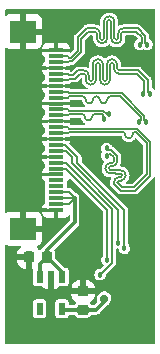
<source format=gbr>
%TF.GenerationSoftware,KiCad,Pcbnew,5.99.0-unknown-a71d856e94~131~ubuntu20.04.1*%
%TF.CreationDate,2021-09-22T11:48:57-07:00*%
%TF.ProjectId,mipi_converter,6d697069-5f63-46f6-9e76-65727465722e,rev?*%
%TF.SameCoordinates,Original*%
%TF.FileFunction,Copper,L1,Top*%
%TF.FilePolarity,Positive*%
%FSLAX46Y46*%
G04 Gerber Fmt 4.6, Leading zero omitted, Abs format (unit mm)*
G04 Created by KiCad (PCBNEW 5.99.0-unknown-a71d856e94~131~ubuntu20.04.1) date 2021-09-22 11:48:57*
%MOMM*%
%LPD*%
G01*
G04 APERTURE LIST*
G04 Aperture macros list*
%AMRoundRect*
0 Rectangle with rounded corners*
0 $1 Rounding radius*
0 $2 $3 $4 $5 $6 $7 $8 $9 X,Y pos of 4 corners*
0 Add a 4 corners polygon primitive as box body*
4,1,4,$2,$3,$4,$5,$6,$7,$8,$9,$2,$3,0*
0 Add four circle primitives for the rounded corners*
1,1,$1+$1,$2,$3*
1,1,$1+$1,$4,$5*
1,1,$1+$1,$6,$7*
1,1,$1+$1,$8,$9*
0 Add four rect primitives between the rounded corners*
20,1,$1+$1,$2,$3,$4,$5,0*
20,1,$1+$1,$4,$5,$6,$7,0*
20,1,$1+$1,$6,$7,$8,$9,0*
20,1,$1+$1,$8,$9,$2,$3,0*%
G04 Aperture macros list end*
%TA.AperFunction,SMDPad,CuDef*%
%ADD10R,0.600000X1.050000*%
%TD*%
%TA.AperFunction,SMDPad,CuDef*%
%ADD11RoundRect,0.225000X0.250000X-0.225000X0.250000X0.225000X-0.250000X0.225000X-0.250000X-0.225000X0*%
%TD*%
%TA.AperFunction,SMDPad,CuDef*%
%ADD12RoundRect,0.225000X0.225000X0.250000X-0.225000X0.250000X-0.225000X-0.250000X0.225000X-0.250000X0*%
%TD*%
%TA.AperFunction,SMDPad,CuDef*%
%ADD13R,2.200000X1.900000*%
%TD*%
%TA.AperFunction,SMDPad,CuDef*%
%ADD14R,1.300000X0.300000*%
%TD*%
%TA.AperFunction,ViaPad*%
%ADD15C,0.457200*%
%TD*%
%TA.AperFunction,ViaPad*%
%ADD16C,0.711200*%
%TD*%
%TA.AperFunction,Conductor*%
%ADD17C,0.304800*%
%TD*%
%TA.AperFunction,Conductor*%
%ADD18C,0.127000*%
%TD*%
%TA.AperFunction,Conductor*%
%ADD19C,0.177800*%
%TD*%
%TA.AperFunction,Conductor*%
%ADD20C,0.203200*%
%TD*%
G04 APERTURE END LIST*
D10*
%TO.P,U2,5,VOUT*%
%TO.N,+3V3*%
X76310000Y-77710000D03*
%TO.P,U2,4,NC*%
%TO.N,N/C*%
X74410000Y-77710000D03*
%TO.P,U2,3,STDBY*%
%TO.N,+5V*%
X74410000Y-75010000D03*
%TO.P,U2,2,GND*%
%TO.N,GND*%
X75360000Y-75010000D03*
%TO.P,U2,1,VIN*%
%TO.N,+5V*%
X76310000Y-75010000D03*
%TD*%
D11*
%TO.P,C3,1*%
%TO.N,+3V3*%
X78090000Y-77805000D03*
%TO.P,C3,2*%
%TO.N,GND*%
X78090000Y-76255000D03*
%TD*%
D12*
%TO.P,C1,1*%
%TO.N,+5V*%
X75035000Y-73347500D03*
%TO.P,C1,2*%
%TO.N,GND*%
X73485000Y-73347500D03*
%TD*%
D13*
%TO.P,U1,0,PAD*%
%TO.N,GND*%
X73000000Y-70950000D03*
X73000000Y-54250000D03*
D14*
%TO.P,U1,1,GND*%
X75800000Y-55850000D03*
%TO.P,U1,2,DAT3+*%
%TO.N,/DAT3_P*%
X75800000Y-56350000D03*
%TO.P,U1,3,DAT3-*%
%TO.N,/DAT3_N*%
X75800000Y-56850000D03*
%TO.P,U1,4,GND*%
%TO.N,GND*%
X75800000Y-57350000D03*
%TO.P,U1,5,DAT2-*%
%TO.N,/DAT2_P*%
X75800000Y-57850000D03*
%TO.P,U1,6,DAT2+*%
%TO.N,/DAT2_N*%
X75800000Y-58350000D03*
%TO.P,U1,7,GND*%
%TO.N,GND*%
X75800000Y-58850000D03*
%TO.P,U1,8,CLK+*%
%TO.N,/CLK_P*%
X75800000Y-59350000D03*
%TO.P,U1,9,CLK-*%
%TO.N,/CLK_N*%
X75800000Y-59850000D03*
%TO.P,U1,10,GND*%
%TO.N,GND*%
X75800000Y-60350000D03*
%TO.P,U1,11,DAT1+*%
%TO.N,/DAT1_P*%
X75800000Y-60850000D03*
%TO.P,U1,12,DAT1-*%
%TO.N,/DAT1_N*%
X75800000Y-61350000D03*
%TO.P,U1,13,GND*%
%TO.N,GND*%
X75800000Y-61850000D03*
%TO.P,U1,14,DAT0+*%
%TO.N,/DAT0_P*%
X75800000Y-62350000D03*
%TO.P,U1,15,DAT0-*%
%TO.N,/DAT0_N*%
X75800000Y-62850000D03*
%TO.P,U1,16,GND*%
%TO.N,GND*%
X75800000Y-63350000D03*
%TO.P,U1,17,CAM_IN1*%
%TO.N,/CAM_IN1*%
X75800000Y-63850000D03*
%TO.P,U1,18,CAM_IN0*%
%TO.N,/CAM_IN0*%
X75800000Y-64350000D03*
%TO.P,U1,19,GND*%
%TO.N,GND*%
X75800000Y-64850000D03*
%TO.P,U1,20,I2C_SCL*%
%TO.N,/I2C_SCL*%
X75800000Y-65350000D03*
%TO.P,U1,21,I2C_SDA*%
%TO.N,/I2C_SDA*%
X75800000Y-65850000D03*
%TO.P,U1,22,GND*%
%TO.N,GND*%
X75800000Y-66350000D03*
%TO.P,U1,23,SPI_SCLK*%
%TO.N,N/C*%
X75800000Y-66850000D03*
%TO.P,U1,24,SPI_MOSI*%
X75800000Y-67350000D03*
%TO.P,U1,25,5V*%
%TO.N,+5V*%
X75800000Y-67850000D03*
%TO.P,U1,26,5V*%
X75800000Y-68350000D03*
%TO.P,U1,27,5V*%
X75800000Y-68850000D03*
%TO.P,U1,28,GND*%
%TO.N,GND*%
X75800000Y-69350000D03*
%TD*%
D15*
%TO.N,GND*%
X73040000Y-74900000D03*
X75360000Y-76230000D03*
%TO.N,/DAT0_P*%
X80090000Y-64754800D03*
%TO.N,/DAT0_N*%
X80090000Y-64145200D03*
%TO.N,/DAT1_P*%
X80315527Y-61254473D03*
%TO.N,/DAT1_N*%
X79884473Y-61685527D03*
%TO.N,/CLK_N*%
X82847127Y-61873899D03*
%TO.N,/CLK_P*%
X83456727Y-61873899D03*
%TO.N,/DAT2_N*%
X83127398Y-59513546D03*
%TO.N,/DAT2_P*%
X83736998Y-59513546D03*
%TO.N,/DAT3_N*%
X82895200Y-55360000D03*
%TO.N,/DAT3_P*%
X83504800Y-55360000D03*
D16*
%TO.N,+3V3*%
X79870000Y-76860000D03*
D15*
%TO.N,/CAM_IN0*%
X81070000Y-72130000D03*
%TO.N,/CAM_IN1*%
X81580000Y-72600000D03*
%TO.N,/I2C_SDA*%
X80110000Y-73570000D03*
%TO.N,/I2C_SCL*%
X79530000Y-74830000D03*
%TD*%
D17*
%TO.N,+5V*%
X75035000Y-73347500D02*
X75035000Y-72745000D01*
X75035000Y-72745000D02*
X77380000Y-70400000D01*
X77380000Y-70400000D02*
X77380000Y-68350000D01*
X74410000Y-75010000D02*
X74410000Y-73972500D01*
X74410000Y-73972500D02*
X75035000Y-73347500D01*
X76310000Y-75010000D02*
X76310000Y-74622500D01*
X76310000Y-74622500D02*
X75035000Y-73347500D01*
%TO.N,GND*%
X78090000Y-76255000D02*
X75385000Y-76255000D01*
X75385000Y-76255000D02*
X75360000Y-76230000D01*
%TO.N,+3V3*%
X78090000Y-77805000D02*
X76405000Y-77805000D01*
X76405000Y-77805000D02*
X76310000Y-77710000D01*
X79870000Y-76860000D02*
X79870000Y-77110000D01*
X79870000Y-77110000D02*
X79175000Y-77805000D01*
X79175000Y-77805000D02*
X78090000Y-77805000D01*
%TO.N,GND*%
X73485000Y-74455000D02*
X73040000Y-74900000D01*
X73485000Y-73347500D02*
X73485000Y-74455000D01*
X75360000Y-75010000D02*
X75360000Y-76230000D01*
D18*
%TO.N,/CLK_N*%
X80124038Y-60035962D02*
X80124038Y-60035963D01*
X83012227Y-61708799D02*
X83012227Y-61499793D01*
X83012227Y-61499793D02*
X81252134Y-59739700D01*
X82847127Y-61873899D02*
X83012227Y-61708799D01*
X78627776Y-60332225D02*
X78620300Y-60332225D01*
X78324038Y-60035963D02*
X78324038Y-60035962D01*
X78027776Y-59739700D02*
G75*
G02*
X78324038Y-60035962I0J-296262D01*
G01*
X79827776Y-60332225D02*
X79820300Y-60332225D01*
X78627776Y-60332225D02*
G75*
G03*
X78924038Y-60035963I0J296262D01*
G01*
X79524038Y-60035963D02*
G75*
G03*
X79820300Y-60332225I296262J0D01*
G01*
X78324038Y-60035963D02*
G75*
G03*
X78620300Y-60332225I296262J0D01*
G01*
X79524038Y-60035963D02*
X79524038Y-60035962D01*
X78924038Y-60035962D02*
G75*
G02*
X79220300Y-59739700I296262J0D01*
G01*
X79227776Y-59739700D02*
G75*
G02*
X79524038Y-60035962I0J-296262D01*
G01*
X78924038Y-60035962D02*
X78924038Y-60035963D01*
X81252134Y-59739700D02*
X80420300Y-59739700D01*
X79827776Y-60332225D02*
G75*
G03*
X80124038Y-60035963I0J296262D01*
G01*
X80124038Y-60035962D02*
G75*
G02*
X80420300Y-59739700I296262J0D01*
G01*
X79227776Y-59739700D02*
X79220300Y-59739700D01*
X78027776Y-59739700D02*
X78020300Y-59739700D01*
X78020300Y-59739700D02*
X76885301Y-59739700D01*
X76885301Y-59739700D02*
X76775001Y-59850000D01*
X76775001Y-59850000D02*
X75800000Y-59850000D01*
%TO.N,/CLK_P*%
X81367866Y-59460300D02*
X83291627Y-61384061D01*
%TO.N,/DAT1_N*%
X78847023Y-61502977D02*
G75*
G02*
X79110300Y-61239700I263277J0D01*
G01*
X78583746Y-61766254D02*
G75*
G03*
X78847023Y-61502977I0J263277D01*
G01*
X79884473Y-61452039D02*
X79672134Y-61239700D01*
X78247023Y-61502977D02*
G75*
G03*
X78510300Y-61766254I263277J0D01*
G01*
X76885301Y-61239700D02*
X76775001Y-61350000D01*
X77983746Y-61239700D02*
G75*
G02*
X78247023Y-61502977I0J-263277D01*
G01*
X79884473Y-61685527D02*
X79884473Y-61452039D01*
X79672134Y-61239700D02*
X79110300Y-61239700D01*
X78583746Y-61766254D02*
X78510300Y-61766254D01*
X76775001Y-61350000D02*
X75800000Y-61350000D01*
X77983746Y-61239700D02*
X77910300Y-61239700D01*
X77910300Y-61239700D02*
X76885301Y-61239700D01*
%TO.N,/DAT0_N*%
X83510300Y-66332134D02*
X83510300Y-63717866D01*
X82402134Y-67440300D02*
X83510300Y-66332134D01*
X81271497Y-66870037D02*
X81131797Y-66870037D01*
X81397866Y-67440300D02*
X82402134Y-67440300D01*
X81332134Y-62739700D02*
X76885301Y-62739700D01*
X81997248Y-63274586D02*
X81932134Y-63274586D01*
X81397248Y-62739700D02*
G75*
G02*
X81664691Y-63007143I1J-267442D01*
G01*
X80979700Y-67022134D02*
X81397866Y-67440300D01*
X81702994Y-66422134D02*
X81702994Y-66438540D01*
X80548203Y-65661834D02*
X80408503Y-65661834D01*
X80840000Y-65990637D02*
X81271497Y-65990637D01*
X80840000Y-65982434D02*
X80840000Y-65990637D01*
X80408503Y-65982434D02*
X80840000Y-65982434D01*
X81271497Y-66870037D02*
G75*
G03*
X81702994Y-66438540I-2J431499D01*
G01*
X80256406Y-65813931D02*
X80256406Y-65830337D01*
X80548203Y-65661834D02*
G75*
G03*
X80979700Y-65230337I-2J431499D01*
G01*
X80497866Y-64310300D02*
X80979700Y-64792134D01*
X81397248Y-62739700D02*
X81332134Y-62739700D01*
X83510300Y-63717866D02*
X82532134Y-62739700D01*
X81702994Y-66422134D02*
G75*
G03*
X81271497Y-65990637I-431499J-2D01*
G01*
X80256406Y-65813931D02*
G75*
G02*
X80408503Y-65661834I152096J1D01*
G01*
X80979700Y-64792134D02*
X80979700Y-65230337D01*
X80255100Y-64310300D02*
X80497866Y-64310300D01*
X80408503Y-65982434D02*
G75*
G02*
X80256406Y-65830337I-1J152096D01*
G01*
X80979700Y-67022134D02*
G75*
G02*
X81131797Y-66870037I152096J1D01*
G01*
X82264691Y-63007143D02*
G75*
G02*
X82532134Y-62739700I267442J1D01*
G01*
X81664691Y-63007143D02*
G75*
G03*
X81932134Y-63274586I267442J-1D01*
G01*
X81997248Y-63274586D02*
G75*
G03*
X82264691Y-63007143I1J267442D01*
G01*
X80090000Y-64145200D02*
X80255100Y-64310300D01*
X76885301Y-62739700D02*
X76775001Y-62850000D01*
X76775001Y-62850000D02*
X75800000Y-62850000D01*
%TO.N,/DAT0_P*%
X80255100Y-64589700D02*
X80090000Y-64754800D01*
X81131797Y-66590637D02*
G75*
G03*
X80700300Y-67022134I2J-431499D01*
G01*
X76885301Y-62460300D02*
X82647866Y-62460300D01*
X80382134Y-64589700D02*
X80255100Y-64589700D01*
X80408503Y-65382434D02*
X80548203Y-65382434D01*
X80840000Y-66261834D02*
X80408503Y-66261834D01*
X81271497Y-66270037D02*
X81131797Y-66270037D01*
X81423594Y-66438540D02*
X81423594Y-66422134D01*
X81131797Y-66270037D02*
X80840000Y-66270037D01*
X81131797Y-66590637D02*
X81271497Y-66590637D01*
X79977006Y-65830337D02*
X79977006Y-65813931D01*
X80700300Y-67137866D02*
X80700300Y-67022134D01*
X81282134Y-67719700D02*
X80700300Y-67137866D01*
X83789700Y-63602134D02*
X83789700Y-66447866D01*
X80700300Y-65230337D02*
X80700300Y-64907866D01*
X80408503Y-65382434D02*
G75*
G03*
X79977006Y-65813931I2J-431499D01*
G01*
X80840000Y-66270037D02*
X80840000Y-66261834D01*
X81271497Y-66270037D02*
G75*
G02*
X81423594Y-66422134I1J-152096D01*
G01*
X80700300Y-64907866D02*
X80382134Y-64589700D01*
X79977006Y-65830337D02*
G75*
G03*
X80408503Y-66261834I431499J2D01*
G01*
X80700300Y-65230337D02*
G75*
G02*
X80548203Y-65382434I-152096J-1D01*
G01*
X75800000Y-62350000D02*
X76775001Y-62350000D01*
X76775001Y-62350000D02*
X76885301Y-62460300D01*
X82647866Y-62460300D02*
X83789700Y-63602134D01*
X83789700Y-66447866D02*
X82517866Y-67719700D01*
X81423594Y-66438540D02*
G75*
G02*
X81271497Y-66590637I-152096J-1D01*
G01*
X82517866Y-67719700D02*
X81282134Y-67719700D01*
%TO.N,/DAT1_P*%
X75800000Y-60850000D02*
X76775001Y-60850000D01*
X76775001Y-60850000D02*
X76885301Y-60960300D01*
X76885301Y-60960300D02*
X79787866Y-60960300D01*
X79787866Y-60960300D02*
X80082039Y-61254473D01*
X80082039Y-61254473D02*
X80315527Y-61254473D01*
%TO.N,/CLK_P*%
X83291627Y-61384061D02*
X83291627Y-61708799D01*
X76885301Y-59460300D02*
X81367866Y-59460300D01*
X76775001Y-59350000D02*
X76885301Y-59460300D01*
X75800000Y-59350000D02*
X76775001Y-59350000D01*
X83291627Y-61708799D02*
X83456727Y-61873899D01*
%TO.N,/DAT3_N*%
X80139400Y-54823380D02*
G75*
G02*
X79699700Y-55263080I-439699J-1D01*
G01*
X79699700Y-55263080D02*
G75*
G02*
X79260000Y-54823380I-1J439699D01*
G01*
X79260000Y-54410000D02*
G75*
G03*
X79099700Y-54249700I-160301J-1D01*
G01*
%TO.N,/DAT3_P*%
X83339700Y-54602134D02*
X83339700Y-55194900D01*
X82707866Y-53970300D02*
X83339700Y-54602134D01*
X79860000Y-54823380D02*
X79860000Y-54410000D01*
X81499700Y-53970300D02*
X82707866Y-53970300D01*
X79539400Y-54410000D02*
X79539400Y-54823380D01*
X81060000Y-54823380D02*
X81060000Y-54410000D01*
X80739400Y-53970300D02*
X80739400Y-54823380D01*
X79860000Y-54410000D02*
X79860000Y-53396620D01*
X79539400Y-54410000D02*
G75*
G03*
X79099700Y-53970300I-439699J1D01*
G01*
%TO.N,/DAT3_N*%
X83060300Y-54717866D02*
X83060300Y-55194900D01*
%TO.N,/DAT3_P*%
X77630300Y-54752134D02*
X78412134Y-53970300D01*
%TO.N,/DAT3_N*%
X80460000Y-53396620D02*
G75*
G03*
X80299700Y-53236320I-160301J-1D01*
G01*
%TO.N,/DAT3_P*%
X79860000Y-54823380D02*
G75*
G02*
X79699700Y-54983680I-160301J1D01*
G01*
%TO.N,/DAT3_N*%
X77909700Y-55997866D02*
X77909700Y-54867866D01*
%TO.N,/DAT3_P*%
X78412134Y-53970300D02*
X79099700Y-53970300D01*
%TO.N,/DAT3_N*%
X81499700Y-54249700D02*
X82592134Y-54249700D01*
%TO.N,/DAT3_P*%
X81499700Y-53970300D02*
G75*
G03*
X81060000Y-54410000I-1J-439699D01*
G01*
X77630300Y-55882134D02*
X77630300Y-54752134D01*
X80299700Y-52956920D02*
G75*
G03*
X79860000Y-53396620I-1J-439699D01*
G01*
X76885301Y-56460300D02*
X77052134Y-56460300D01*
X80739400Y-53396620D02*
X80739400Y-53970300D01*
X79699700Y-54983680D02*
G75*
G02*
X79539400Y-54823380I1J160301D01*
G01*
X80739400Y-53396620D02*
G75*
G03*
X80299700Y-52956920I-439699J1D01*
G01*
X80899700Y-54983680D02*
G75*
G02*
X80739400Y-54823380I1J160301D01*
G01*
X75800000Y-56350000D02*
X76775001Y-56350000D01*
X81060000Y-54823380D02*
G75*
G02*
X80899700Y-54983680I-160301J1D01*
G01*
X83339700Y-55194900D02*
X83504800Y-55360000D01*
X77052134Y-56460300D02*
X77630300Y-55882134D01*
%TO.N,/DAT3_N*%
X80299700Y-53236320D02*
G75*
G03*
X80139400Y-53396620I1J-160301D01*
G01*
%TO.N,/DAT3_P*%
X76775001Y-56350000D02*
X76885301Y-56460300D01*
%TO.N,/DAT3_N*%
X80899700Y-55263080D02*
G75*
G02*
X80460000Y-54823380I-1J439699D01*
G01*
X77167866Y-56739700D02*
X77909700Y-55997866D01*
X81339400Y-54823380D02*
G75*
G02*
X80899700Y-55263080I-439699J-1D01*
G01*
X76885301Y-56739700D02*
X77167866Y-56739700D01*
X81499700Y-54249700D02*
G75*
G03*
X81339400Y-54410000I1J-160301D01*
G01*
X75800000Y-56850000D02*
X76775001Y-56850000D01*
X76775001Y-56850000D02*
X76885301Y-56739700D01*
X81339400Y-54823380D02*
X81339400Y-54410000D01*
X77909700Y-54867866D02*
X78527866Y-54249700D01*
X78527866Y-54249700D02*
X79099700Y-54249700D01*
X80460000Y-53970300D02*
X80460000Y-54823380D01*
X79260000Y-54410000D02*
X79260000Y-54823380D01*
X80139400Y-54823380D02*
X80139400Y-54410000D01*
X80139400Y-54410000D02*
X80139400Y-53396620D01*
X80460000Y-53396620D02*
X80460000Y-53970300D01*
X82592134Y-54249700D02*
X83060300Y-54717866D01*
X83060300Y-55194900D02*
X82895200Y-55360000D01*
%TO.N,/DAT2_N*%
X78740300Y-58750147D02*
G75*
G02*
X78300600Y-58310447I-1J439699D01*
G01*
X80700600Y-57029553D02*
X80700600Y-57370000D01*
%TO.N,/DAT2_P*%
X79780000Y-57029553D02*
X79780000Y-57530300D01*
X78900600Y-57970000D02*
X78900600Y-57029553D01*
%TO.N,/DAT2_N*%
X80700600Y-57029553D02*
G75*
G03*
X80540300Y-56869253I-160301J-1D01*
G01*
X77817866Y-57809700D02*
X78140300Y-57809700D01*
%TO.N,/DAT2_P*%
X83571898Y-59348446D02*
X83736998Y-59513546D01*
X82757866Y-57530300D02*
X83571898Y-58344332D01*
X80100600Y-57809700D02*
X80100600Y-57029553D01*
%TO.N,/DAT2_N*%
X78300600Y-57970000D02*
G75*
G03*
X78140300Y-57809700I-160301J-1D01*
G01*
X79500600Y-57029553D02*
X79500600Y-57530300D01*
X83292498Y-58460064D02*
X83292498Y-59348446D01*
%TO.N,/DAT2_P*%
X78580000Y-57970000D02*
X78580000Y-58310447D01*
X76885301Y-57960300D02*
X77272134Y-57960300D01*
X81140300Y-57530300D02*
X82757866Y-57530300D01*
X77702134Y-57530300D02*
X78140300Y-57530300D01*
X78580000Y-57970000D02*
G75*
G03*
X78140300Y-57530300I-439699J1D01*
G01*
%TO.N,/DAT2_N*%
X78300600Y-57970000D02*
X78300600Y-58310447D01*
%TO.N,/DAT2_P*%
X81140300Y-57530300D02*
G75*
G02*
X80980000Y-57370000I1J160301D01*
G01*
X83571898Y-58344332D02*
X83571898Y-59348446D01*
X80100600Y-58310447D02*
X80100600Y-57809700D01*
X78740300Y-58470747D02*
G75*
G02*
X78580000Y-58310447I1J160301D01*
G01*
X78900600Y-58310447D02*
X78900600Y-57970000D01*
X80980000Y-57029553D02*
X80980000Y-57370000D01*
%TO.N,/DAT2_N*%
X77387866Y-58239700D02*
X77817866Y-57809700D01*
%TO.N,/DAT2_P*%
X79340300Y-56589853D02*
G75*
G03*
X78900600Y-57029553I-1J-439699D01*
G01*
X76775001Y-57850000D02*
X76885301Y-57960300D01*
X80100600Y-58310447D02*
G75*
G02*
X79940300Y-58470747I-160301J1D01*
G01*
X78900600Y-58310447D02*
G75*
G02*
X78740300Y-58470747I-160301J1D01*
G01*
X79780000Y-57029553D02*
G75*
G03*
X79340300Y-56589853I-439699J1D01*
G01*
X79940300Y-58470747D02*
G75*
G02*
X79780000Y-58310447I1J160301D01*
G01*
X80540300Y-56589853D02*
G75*
G03*
X80100600Y-57029553I-1J-439699D01*
G01*
%TO.N,/DAT2_N*%
X81140300Y-57809700D02*
G75*
G02*
X80700600Y-57370000I-1J439699D01*
G01*
X75800000Y-58350000D02*
X76775001Y-58350000D01*
%TO.N,/DAT2_P*%
X77272134Y-57960300D02*
X77702134Y-57530300D01*
X79780000Y-57530300D02*
X79780000Y-58310447D01*
%TO.N,/DAT2_N*%
X80540300Y-56869253D02*
G75*
G03*
X80380000Y-57029553I1J-160301D01*
G01*
%TO.N,/DAT2_P*%
X80980000Y-57029553D02*
G75*
G03*
X80540300Y-56589853I-439699J1D01*
G01*
X75800000Y-57850000D02*
X76775001Y-57850000D01*
%TO.N,/DAT2_N*%
X83292498Y-59348446D02*
X83127398Y-59513546D01*
X79180000Y-58310447D02*
G75*
G02*
X78740300Y-58750147I-439699J-1D01*
G01*
X79340300Y-56869253D02*
G75*
G03*
X79180000Y-57029553I1J-160301D01*
G01*
X79500600Y-57029553D02*
G75*
G03*
X79340300Y-56869253I-160301J-1D01*
G01*
X79940300Y-58750147D02*
G75*
G02*
X79500600Y-58310447I-1J439699D01*
G01*
X80380000Y-58310447D02*
G75*
G02*
X79940300Y-58750147I-439699J-1D01*
G01*
X76775001Y-58350000D02*
X76885301Y-58239700D01*
X76885301Y-58239700D02*
X77387866Y-58239700D01*
X79180000Y-58310447D02*
X79180000Y-57970000D01*
X81140300Y-57809700D02*
X82642134Y-57809700D01*
X79180000Y-57970000D02*
X79180000Y-57029553D01*
X82642134Y-57809700D02*
X83292498Y-58460064D01*
X79500600Y-57530300D02*
X79500600Y-58310447D01*
X80380000Y-58310447D02*
X80380000Y-57809700D01*
X80380000Y-57809700D02*
X80380000Y-57029553D01*
D19*
%TO.N,/CAM_IN1*%
X81580000Y-69380000D02*
X77620000Y-65420000D01*
X81580000Y-72600000D02*
X81580000Y-69380000D01*
X77620000Y-65420000D02*
X77620000Y-64911826D01*
X77620000Y-64911826D02*
X76558174Y-63850000D01*
X76558174Y-63850000D02*
X75800000Y-63850000D01*
%TO.N,/CAM_IN0*%
X75800000Y-64350000D02*
X76627800Y-64350000D01*
X76627800Y-64350000D02*
X77119087Y-64841287D01*
X77119087Y-64841287D02*
X77119087Y-65410913D01*
X77119087Y-65410913D02*
X81070000Y-69361826D01*
X81070000Y-69361826D02*
X81070000Y-72130000D01*
%TO.N,/I2C_SDA*%
X80110000Y-72870000D02*
X80110000Y-73570000D01*
%TO.N,/I2C_SCL*%
X80554000Y-73806000D02*
X79530000Y-74830000D01*
X80554000Y-69276200D02*
X80554000Y-73806000D01*
X76627800Y-65350000D02*
X80554000Y-69276200D01*
X75800000Y-65350000D02*
X76627800Y-65350000D01*
%TO.N,/I2C_SDA*%
X75800000Y-65850000D02*
X76627800Y-65850000D01*
X76627800Y-65850000D02*
X80110000Y-69332200D01*
X80110000Y-69332200D02*
X80110000Y-72870000D01*
D20*
%TO.N,+5V*%
X75800000Y-68850000D02*
X76880000Y-68850000D01*
X76880000Y-68850000D02*
X77380000Y-68350000D01*
X75800000Y-68350000D02*
X77380000Y-68350000D01*
X75800000Y-67850000D02*
X76880000Y-67850000D01*
X76880000Y-67850000D02*
X77380000Y-68350000D01*
%TD*%
%TA.AperFunction,Conductor*%
%TO.N,GND*%
G36*
X84187694Y-52402306D02*
G01*
X84206000Y-52446500D01*
X84206000Y-59149419D01*
X84187694Y-59193613D01*
X84143500Y-59211919D01*
X84096152Y-59190216D01*
X84060748Y-59149128D01*
X84060746Y-59149126D01*
X84057842Y-59145756D01*
X83941719Y-59070489D01*
X83937455Y-59069214D01*
X83937451Y-59069212D01*
X83934490Y-59068327D01*
X83897394Y-59038126D01*
X83889898Y-59008448D01*
X83889898Y-58360944D01*
X83890136Y-58355497D01*
X83892476Y-58328748D01*
X83893575Y-58316189D01*
X83883362Y-58278073D01*
X83882182Y-58272751D01*
X83876280Y-58239280D01*
X83875330Y-58233892D01*
X83872344Y-58228720D01*
X83866096Y-58213637D01*
X83865964Y-58213143D01*
X83865964Y-58213142D01*
X83864550Y-58207866D01*
X83860009Y-58201380D01*
X83841916Y-58175542D01*
X83838986Y-58170942D01*
X83821993Y-58141508D01*
X83821991Y-58141505D01*
X83819258Y-58136772D01*
X83789027Y-58111405D01*
X83785007Y-58107721D01*
X82994477Y-57317191D01*
X82990793Y-57313171D01*
X82968940Y-57287128D01*
X82968941Y-57287128D01*
X82965426Y-57282940D01*
X82960693Y-57280207D01*
X82960690Y-57280205D01*
X82931256Y-57263212D01*
X82926662Y-57260286D01*
X82894332Y-57237648D01*
X82889056Y-57236234D01*
X82889055Y-57236234D01*
X82888831Y-57236174D01*
X82888560Y-57236101D01*
X82873478Y-57229854D01*
X82868306Y-57226868D01*
X82829446Y-57220016D01*
X82824124Y-57218836D01*
X82786009Y-57208623D01*
X82749246Y-57211839D01*
X82746701Y-57212062D01*
X82741254Y-57212300D01*
X81360500Y-57212300D01*
X81316306Y-57193994D01*
X81298000Y-57149800D01*
X81298000Y-57062842D01*
X81298950Y-57051989D01*
X81299096Y-57051164D01*
X81302906Y-57029554D01*
X81300510Y-57015969D01*
X81299863Y-57011252D01*
X81299424Y-57006788D01*
X81287037Y-56881018D01*
X81243711Y-56738191D01*
X81173353Y-56606561D01*
X81078667Y-56491186D01*
X80963292Y-56396500D01*
X80960583Y-56395052D01*
X80960580Y-56395050D01*
X80893776Y-56359343D01*
X80831662Y-56326142D01*
X80688835Y-56282816D01*
X80685787Y-56282516D01*
X80685783Y-56282515D01*
X80582794Y-56272373D01*
X80558607Y-56269991D01*
X80553884Y-56269342D01*
X80549666Y-56268599D01*
X80542990Y-56267421D01*
X80542988Y-56267421D01*
X80540301Y-56266947D01*
X80540299Y-56266947D01*
X80537612Y-56267421D01*
X80537610Y-56267421D01*
X80530934Y-56268599D01*
X80526716Y-56269342D01*
X80521993Y-56269991D01*
X80497806Y-56272373D01*
X80394817Y-56282515D01*
X80394813Y-56282516D01*
X80391765Y-56282816D01*
X80248938Y-56326142D01*
X80186824Y-56359343D01*
X80120020Y-56395050D01*
X80120017Y-56395052D01*
X80117308Y-56396500D01*
X80001933Y-56491186D01*
X79999988Y-56493556D01*
X79988613Y-56507416D01*
X79946425Y-56529965D01*
X79900650Y-56516079D01*
X79891987Y-56507416D01*
X79880612Y-56493556D01*
X79878667Y-56491186D01*
X79763292Y-56396500D01*
X79760583Y-56395052D01*
X79760580Y-56395050D01*
X79693776Y-56359343D01*
X79631662Y-56326142D01*
X79488835Y-56282816D01*
X79485787Y-56282516D01*
X79485783Y-56282515D01*
X79382794Y-56272373D01*
X79358607Y-56269991D01*
X79353884Y-56269342D01*
X79349666Y-56268599D01*
X79342990Y-56267421D01*
X79342988Y-56267421D01*
X79340301Y-56266947D01*
X79340299Y-56266947D01*
X79337612Y-56267421D01*
X79337610Y-56267421D01*
X79330934Y-56268599D01*
X79326716Y-56269342D01*
X79321993Y-56269991D01*
X79297806Y-56272373D01*
X79194817Y-56282515D01*
X79194813Y-56282516D01*
X79191765Y-56282816D01*
X79048938Y-56326142D01*
X78986824Y-56359343D01*
X78920020Y-56395050D01*
X78920017Y-56395052D01*
X78917308Y-56396500D01*
X78801933Y-56491186D01*
X78707247Y-56606561D01*
X78636889Y-56738191D01*
X78593563Y-56881018D01*
X78581177Y-57006788D01*
X78580737Y-57011252D01*
X78580090Y-57015969D01*
X78577694Y-57029554D01*
X78581505Y-57051164D01*
X78581650Y-57051989D01*
X78582600Y-57062842D01*
X78582600Y-57242992D01*
X78564294Y-57287186D01*
X78520100Y-57305492D01*
X78490638Y-57298112D01*
X78434375Y-57268039D01*
X78434374Y-57268039D01*
X78431662Y-57266589D01*
X78288835Y-57223263D01*
X78285787Y-57222963D01*
X78285783Y-57222962D01*
X78210769Y-57215575D01*
X78158593Y-57210436D01*
X78153884Y-57209790D01*
X78140299Y-57207394D01*
X78123042Y-57210437D01*
X78117864Y-57211350D01*
X78107011Y-57212300D01*
X77718749Y-57212300D01*
X77713302Y-57212062D01*
X77673991Y-57208623D01*
X77635876Y-57218836D01*
X77630554Y-57220016D01*
X77591694Y-57226868D01*
X77586522Y-57229854D01*
X77571440Y-57236101D01*
X77571169Y-57236174D01*
X77570945Y-57236234D01*
X77570944Y-57236234D01*
X77565668Y-57237648D01*
X77533338Y-57260286D01*
X77528744Y-57263212D01*
X77499310Y-57280205D01*
X77499307Y-57280207D01*
X77494574Y-57282940D01*
X77491059Y-57287128D01*
X77491060Y-57287128D01*
X77469207Y-57313171D01*
X77465523Y-57317191D01*
X77158720Y-57623994D01*
X77114526Y-57642300D01*
X77044984Y-57642300D01*
X77000790Y-57623994D01*
X76997106Y-57619974D01*
X76991991Y-57613878D01*
X76982561Y-57602640D01*
X76979585Y-57600922D01*
X76957925Y-57559308D01*
X76957779Y-57550480D01*
X76958000Y-57546403D01*
X76958000Y-57512431D01*
X76954359Y-57503641D01*
X76945569Y-57500000D01*
X76627727Y-57500000D01*
X76593004Y-57489467D01*
X76554420Y-57463686D01*
X76554418Y-57463685D01*
X76549301Y-57460266D01*
X76543267Y-57459066D01*
X76543265Y-57459065D01*
X76478080Y-57446099D01*
X76478077Y-57446099D01*
X76475067Y-57445500D01*
X76471996Y-57445500D01*
X75800001Y-57445501D01*
X75124934Y-57445501D01*
X75121925Y-57446100D01*
X75121920Y-57446100D01*
X75091338Y-57452183D01*
X75050699Y-57460266D01*
X75045584Y-57463684D01*
X75045581Y-57463685D01*
X75006996Y-57489467D01*
X74972273Y-57500000D01*
X74654432Y-57500000D01*
X74645642Y-57503641D01*
X74642001Y-57512431D01*
X74642001Y-57546396D01*
X74642183Y-57549766D01*
X74648325Y-57606310D01*
X74650124Y-57613878D01*
X74698264Y-57742291D01*
X74702499Y-57750026D01*
X74784427Y-57859343D01*
X74790659Y-57865574D01*
X74870483Y-57925398D01*
X74894870Y-57966550D01*
X74895501Y-57975409D01*
X74895501Y-58025066D01*
X74896100Y-58028075D01*
X74896100Y-58028080D01*
X74907980Y-58087807D01*
X74907980Y-58112192D01*
X74904396Y-58130212D01*
X74895500Y-58174933D01*
X74895500Y-58224588D01*
X74877194Y-58268782D01*
X74870483Y-58274601D01*
X74790656Y-58334428D01*
X74784428Y-58340656D01*
X74702499Y-58449974D01*
X74698264Y-58457709D01*
X74650123Y-58586125D01*
X74648325Y-58593689D01*
X74642183Y-58650230D01*
X74642000Y-58653598D01*
X74642000Y-58687569D01*
X74645641Y-58696359D01*
X74654431Y-58700000D01*
X74972273Y-58700000D01*
X75006996Y-58710533D01*
X75045580Y-58736314D01*
X75045582Y-58736315D01*
X75050699Y-58739734D01*
X75056733Y-58740934D01*
X75056735Y-58740935D01*
X75121920Y-58753901D01*
X75121923Y-58753901D01*
X75124933Y-58754500D01*
X75800000Y-58754500D01*
X76475066Y-58754499D01*
X76478075Y-58753900D01*
X76478080Y-58753900D01*
X76508662Y-58747817D01*
X76549301Y-58739734D01*
X76554416Y-58736316D01*
X76554419Y-58736315D01*
X76593004Y-58710533D01*
X76627727Y-58700000D01*
X76945568Y-58700000D01*
X76954358Y-58696359D01*
X76957999Y-58687569D01*
X76957999Y-58653600D01*
X76957778Y-58649509D01*
X76973673Y-58604391D01*
X76978544Y-58599679D01*
X76982561Y-58597360D01*
X76997106Y-58580026D01*
X77039537Y-58557938D01*
X77044984Y-58557700D01*
X77371254Y-58557700D01*
X77376702Y-58557938D01*
X77416009Y-58561377D01*
X77454125Y-58551164D01*
X77459447Y-58549984D01*
X77492918Y-58544082D01*
X77498306Y-58543132D01*
X77503478Y-58540146D01*
X77518560Y-58533899D01*
X77518831Y-58533826D01*
X77519055Y-58533766D01*
X77519056Y-58533766D01*
X77524332Y-58532352D01*
X77556662Y-58509714D01*
X77561256Y-58506788D01*
X77590690Y-58489795D01*
X77590693Y-58489793D01*
X77595426Y-58487060D01*
X77620793Y-58456829D01*
X77624477Y-58452809D01*
X77875906Y-58201380D01*
X77920100Y-58183074D01*
X77964294Y-58201380D01*
X77982600Y-58245574D01*
X77982600Y-58277158D01*
X77981650Y-58288010D01*
X77977694Y-58310446D01*
X77979668Y-58321636D01*
X77980088Y-58324019D01*
X77980736Y-58328740D01*
X77983371Y-58355497D01*
X77992676Y-58449974D01*
X77993563Y-58458982D01*
X78036889Y-58601809D01*
X78107247Y-58733439D01*
X78201933Y-58848814D01*
X78317308Y-58943500D01*
X78320017Y-58944948D01*
X78320020Y-58944950D01*
X78355071Y-58963685D01*
X78448938Y-59013858D01*
X78469156Y-59019991D01*
X78506133Y-59050338D01*
X78510822Y-59097943D01*
X78480475Y-59134920D01*
X78451013Y-59142300D01*
X77044984Y-59142300D01*
X77000790Y-59123994D01*
X76997106Y-59119974D01*
X76991991Y-59113878D01*
X76982561Y-59102640D01*
X76979585Y-59100922D01*
X76957925Y-59059308D01*
X76957779Y-59050480D01*
X76958000Y-59046403D01*
X76958000Y-59012431D01*
X76954359Y-59003641D01*
X76945569Y-59000000D01*
X76627727Y-59000000D01*
X76593004Y-58989467D01*
X76554420Y-58963686D01*
X76554418Y-58963685D01*
X76549301Y-58960266D01*
X76543267Y-58959066D01*
X76543265Y-58959065D01*
X76478080Y-58946099D01*
X76478077Y-58946099D01*
X76475067Y-58945500D01*
X76471996Y-58945500D01*
X75800001Y-58945501D01*
X75124934Y-58945501D01*
X75121925Y-58946100D01*
X75121920Y-58946100D01*
X75091338Y-58952183D01*
X75050699Y-58960266D01*
X75045584Y-58963684D01*
X75045581Y-58963685D01*
X75006996Y-58989467D01*
X74972273Y-59000000D01*
X74654432Y-59000000D01*
X74645642Y-59003641D01*
X74642001Y-59012431D01*
X74642001Y-59046396D01*
X74642183Y-59049766D01*
X74648325Y-59106310D01*
X74650124Y-59113878D01*
X74698264Y-59242291D01*
X74702499Y-59250026D01*
X74784427Y-59359343D01*
X74790659Y-59365574D01*
X74870483Y-59425398D01*
X74894870Y-59466550D01*
X74895501Y-59475409D01*
X74895501Y-59525066D01*
X74896100Y-59528075D01*
X74896100Y-59528080D01*
X74907980Y-59587807D01*
X74907980Y-59612192D01*
X74895500Y-59674933D01*
X74895500Y-59724588D01*
X74877194Y-59768782D01*
X74870483Y-59774601D01*
X74790656Y-59834428D01*
X74784428Y-59840656D01*
X74702499Y-59949974D01*
X74698264Y-59957709D01*
X74650123Y-60086125D01*
X74648325Y-60093689D01*
X74642183Y-60150230D01*
X74642000Y-60153598D01*
X74642000Y-60187569D01*
X74645641Y-60196359D01*
X74654431Y-60200000D01*
X74972273Y-60200000D01*
X75006996Y-60210533D01*
X75045580Y-60236314D01*
X75045582Y-60236315D01*
X75050699Y-60239734D01*
X75056733Y-60240934D01*
X75056735Y-60240935D01*
X75121920Y-60253901D01*
X75121923Y-60253901D01*
X75124933Y-60254500D01*
X75800000Y-60254500D01*
X76475066Y-60254499D01*
X76478075Y-60253900D01*
X76478080Y-60253900D01*
X76508662Y-60247817D01*
X76549301Y-60239734D01*
X76554416Y-60236316D01*
X76554419Y-60236315D01*
X76593004Y-60210533D01*
X76627727Y-60200000D01*
X76945568Y-60200000D01*
X76954358Y-60196359D01*
X76957999Y-60187569D01*
X76957999Y-60153600D01*
X76957778Y-60149509D01*
X76973673Y-60104391D01*
X76978544Y-60099679D01*
X76982561Y-60097360D01*
X76997106Y-60080026D01*
X77039537Y-60057938D01*
X77044984Y-60057700D01*
X77948747Y-60057700D01*
X77992941Y-60076006D01*
X78010854Y-60113203D01*
X78017649Y-60173514D01*
X78063367Y-60304168D01*
X78137012Y-60421373D01*
X78234890Y-60519251D01*
X78247032Y-60526881D01*
X78274712Y-60565894D01*
X78266699Y-60613053D01*
X78227685Y-60640733D01*
X78213779Y-60642300D01*
X77044984Y-60642300D01*
X77000790Y-60623994D01*
X76997106Y-60619974D01*
X76991991Y-60613878D01*
X76982561Y-60602640D01*
X76979585Y-60600922D01*
X76957925Y-60559308D01*
X76957779Y-60550480D01*
X76958000Y-60546403D01*
X76958000Y-60512431D01*
X76954359Y-60503641D01*
X76945569Y-60500000D01*
X76627727Y-60500000D01*
X76593004Y-60489467D01*
X76554420Y-60463686D01*
X76554418Y-60463685D01*
X76549301Y-60460266D01*
X76543267Y-60459066D01*
X76543265Y-60459065D01*
X76478080Y-60446099D01*
X76478077Y-60446099D01*
X76475067Y-60445500D01*
X76471996Y-60445500D01*
X75800001Y-60445501D01*
X75124934Y-60445501D01*
X75121925Y-60446100D01*
X75121920Y-60446100D01*
X75091338Y-60452183D01*
X75050699Y-60460266D01*
X75045584Y-60463684D01*
X75045581Y-60463685D01*
X75006996Y-60489467D01*
X74972273Y-60500000D01*
X74654432Y-60500000D01*
X74645642Y-60503641D01*
X74642001Y-60512431D01*
X74642001Y-60546396D01*
X74642183Y-60549766D01*
X74648325Y-60606310D01*
X74650124Y-60613878D01*
X74698264Y-60742291D01*
X74702499Y-60750026D01*
X74784427Y-60859343D01*
X74790659Y-60865574D01*
X74870483Y-60925398D01*
X74894870Y-60966550D01*
X74895501Y-60975409D01*
X74895501Y-61025066D01*
X74896100Y-61028075D01*
X74896100Y-61028080D01*
X74907980Y-61087807D01*
X74907980Y-61112192D01*
X74895500Y-61174933D01*
X74895500Y-61224588D01*
X74877194Y-61268782D01*
X74870483Y-61274601D01*
X74790656Y-61334428D01*
X74784428Y-61340656D01*
X74702499Y-61449974D01*
X74698264Y-61457709D01*
X74650123Y-61586125D01*
X74648325Y-61593689D01*
X74642183Y-61650230D01*
X74642000Y-61653598D01*
X74642000Y-61687569D01*
X74645641Y-61696359D01*
X74654431Y-61700000D01*
X74972273Y-61700000D01*
X75006996Y-61710533D01*
X75045580Y-61736314D01*
X75045582Y-61736315D01*
X75050699Y-61739734D01*
X75056733Y-61740934D01*
X75056735Y-61740935D01*
X75121920Y-61753901D01*
X75121923Y-61753901D01*
X75124933Y-61754500D01*
X75800000Y-61754500D01*
X76475066Y-61754499D01*
X76478075Y-61753900D01*
X76478080Y-61753900D01*
X76508662Y-61747817D01*
X76549301Y-61739734D01*
X76554416Y-61736316D01*
X76554419Y-61736315D01*
X76593004Y-61710533D01*
X76627727Y-61700000D01*
X76945568Y-61700000D01*
X76954358Y-61696359D01*
X76957999Y-61687569D01*
X76957999Y-61653600D01*
X76957778Y-61649509D01*
X76973673Y-61604391D01*
X76978544Y-61599679D01*
X76982561Y-61597360D01*
X76997106Y-61580026D01*
X77039537Y-61557938D01*
X77044984Y-61557700D01*
X77875657Y-61557700D01*
X77919851Y-61576006D01*
X77937764Y-61613201D01*
X77940011Y-61633142D01*
X77983274Y-61756779D01*
X78052964Y-61867690D01*
X78145587Y-61960313D01*
X78235034Y-62016516D01*
X78251528Y-62026880D01*
X78279209Y-62065892D01*
X78271196Y-62113052D01*
X78232184Y-62140733D01*
X78218276Y-62142300D01*
X77044984Y-62142300D01*
X77000790Y-62123994D01*
X76997106Y-62119974D01*
X76991991Y-62113878D01*
X76982561Y-62102640D01*
X76979585Y-62100922D01*
X76957925Y-62059308D01*
X76957779Y-62050480D01*
X76958000Y-62046403D01*
X76958000Y-62012431D01*
X76954359Y-62003641D01*
X76945569Y-62000000D01*
X76627727Y-62000000D01*
X76593004Y-61989467D01*
X76554420Y-61963686D01*
X76554418Y-61963685D01*
X76549301Y-61960266D01*
X76543267Y-61959066D01*
X76543265Y-61959065D01*
X76478080Y-61946099D01*
X76478077Y-61946099D01*
X76475067Y-61945500D01*
X76471996Y-61945500D01*
X75800001Y-61945501D01*
X75124934Y-61945501D01*
X75121925Y-61946100D01*
X75121920Y-61946100D01*
X75091338Y-61952183D01*
X75050699Y-61960266D01*
X75045584Y-61963684D01*
X75045581Y-61963685D01*
X75006996Y-61989467D01*
X74972273Y-62000000D01*
X74654432Y-62000000D01*
X74645642Y-62003641D01*
X74642001Y-62012431D01*
X74642001Y-62046396D01*
X74642183Y-62049766D01*
X74648325Y-62106310D01*
X74650124Y-62113878D01*
X74698264Y-62242291D01*
X74702499Y-62250026D01*
X74784427Y-62359343D01*
X74790659Y-62365574D01*
X74870483Y-62425398D01*
X74894870Y-62466550D01*
X74895501Y-62475409D01*
X74895501Y-62525066D01*
X74896100Y-62528075D01*
X74896100Y-62528080D01*
X74907980Y-62587807D01*
X74907980Y-62612192D01*
X74895500Y-62674933D01*
X74895500Y-62724588D01*
X74877194Y-62768782D01*
X74870483Y-62774601D01*
X74790656Y-62834428D01*
X74784428Y-62840656D01*
X74702499Y-62949974D01*
X74698264Y-62957709D01*
X74650123Y-63086125D01*
X74648325Y-63093689D01*
X74642183Y-63150230D01*
X74642000Y-63153598D01*
X74642000Y-63187569D01*
X74645641Y-63196359D01*
X74654431Y-63200000D01*
X74972273Y-63200000D01*
X75006996Y-63210533D01*
X75045580Y-63236314D01*
X75045582Y-63236315D01*
X75050699Y-63239734D01*
X75056733Y-63240934D01*
X75056735Y-63240935D01*
X75121920Y-63253901D01*
X75121923Y-63253901D01*
X75124933Y-63254500D01*
X75800000Y-63254500D01*
X76475066Y-63254499D01*
X76478075Y-63253900D01*
X76478080Y-63253900D01*
X76508662Y-63247817D01*
X76549301Y-63239734D01*
X76554416Y-63236316D01*
X76554419Y-63236315D01*
X76593004Y-63210533D01*
X76627727Y-63200000D01*
X76945568Y-63200000D01*
X76954358Y-63196359D01*
X76957999Y-63187569D01*
X76957999Y-63153600D01*
X76957778Y-63149509D01*
X76973673Y-63104391D01*
X76978544Y-63099679D01*
X76982561Y-63097360D01*
X76997106Y-63080026D01*
X77039537Y-63057938D01*
X77044984Y-63057700D01*
X81292830Y-63057700D01*
X81337024Y-63076006D01*
X81354937Y-63113201D01*
X81357758Y-63138240D01*
X81401330Y-63262764D01*
X81471520Y-63374470D01*
X81564807Y-63467757D01*
X81676513Y-63537947D01*
X81801037Y-63581519D01*
X81804521Y-63581912D01*
X81804523Y-63581912D01*
X81849147Y-63586940D01*
X81911321Y-63593945D01*
X81915153Y-63594498D01*
X81925541Y-63596329D01*
X81926747Y-63596542D01*
X81932135Y-63597492D01*
X81953839Y-63593665D01*
X81975543Y-63593665D01*
X81997247Y-63597492D01*
X82002636Y-63596542D01*
X82003841Y-63596329D01*
X82014229Y-63594498D01*
X82018061Y-63593945D01*
X82080235Y-63586940D01*
X82124859Y-63581912D01*
X82124861Y-63581912D01*
X82128345Y-63581519D01*
X82252869Y-63537947D01*
X82364575Y-63467757D01*
X82457862Y-63374470D01*
X82463484Y-63365523D01*
X82516233Y-63281575D01*
X82555246Y-63253894D01*
X82602405Y-63261907D01*
X82613347Y-63270633D01*
X83173994Y-63831280D01*
X83192300Y-63875474D01*
X83192300Y-66174526D01*
X83173994Y-66218720D01*
X82288720Y-67103994D01*
X82244526Y-67122300D01*
X81794447Y-67122300D01*
X81750253Y-67103994D01*
X81731947Y-67059800D01*
X81750253Y-67015606D01*
X81754798Y-67011487D01*
X81801661Y-66973028D01*
X81804036Y-66971079D01*
X81897696Y-66856953D01*
X81899141Y-66854249D01*
X81899144Y-66854245D01*
X81937336Y-66782792D01*
X81967292Y-66726748D01*
X81990364Y-66650690D01*
X82009259Y-66588403D01*
X82009260Y-66588400D01*
X82010149Y-66585468D01*
X82010450Y-66582415D01*
X82022769Y-66457351D01*
X82023417Y-66452627D01*
X82024951Y-66443927D01*
X82024951Y-66443923D01*
X82025900Y-66438541D01*
X82024950Y-66433157D01*
X82024950Y-66427519D01*
X82025900Y-66422133D01*
X82024951Y-66416751D01*
X82024951Y-66416747D01*
X82023417Y-66408047D01*
X82022769Y-66403323D01*
X82010450Y-66278259D01*
X82010449Y-66278256D01*
X82010149Y-66275206D01*
X81983565Y-66187569D01*
X81968184Y-66136867D01*
X81967292Y-66133926D01*
X81937336Y-66077882D01*
X81899144Y-66006429D01*
X81899141Y-66006425D01*
X81897696Y-66003721D01*
X81804036Y-65889595D01*
X81744403Y-65840656D01*
X81692285Y-65797884D01*
X81692284Y-65797884D01*
X81689910Y-65795935D01*
X81687206Y-65794490D01*
X81687202Y-65794487D01*
X81615749Y-65756295D01*
X81559705Y-65726339D01*
X81514834Y-65712727D01*
X81421360Y-65684372D01*
X81421357Y-65684371D01*
X81418425Y-65683482D01*
X81415375Y-65683182D01*
X81415372Y-65683181D01*
X81290308Y-65670862D01*
X81285584Y-65670214D01*
X81276882Y-65668680D01*
X81276880Y-65668680D01*
X81271498Y-65667731D01*
X81267454Y-65668444D01*
X81223830Y-65650374D01*
X81205524Y-65606180D01*
X81212904Y-65576718D01*
X81240512Y-65525066D01*
X81243998Y-65518545D01*
X81281318Y-65395518D01*
X81285965Y-65380200D01*
X81285966Y-65380197D01*
X81286855Y-65377265D01*
X81288007Y-65365574D01*
X81299475Y-65249148D01*
X81300123Y-65244424D01*
X81301657Y-65235722D01*
X81301657Y-65235720D01*
X81302606Y-65230338D01*
X81298649Y-65207896D01*
X81297700Y-65197043D01*
X81297700Y-64808746D01*
X81297938Y-64803299D01*
X81299292Y-64787825D01*
X81301377Y-64763991D01*
X81291164Y-64725875D01*
X81289984Y-64720553D01*
X81284082Y-64687082D01*
X81283132Y-64681694D01*
X81280146Y-64676522D01*
X81273898Y-64661439D01*
X81273766Y-64660945D01*
X81273766Y-64660944D01*
X81272352Y-64655668D01*
X81249714Y-64623338D01*
X81246788Y-64618744D01*
X81229795Y-64589310D01*
X81229793Y-64589307D01*
X81227060Y-64584574D01*
X81196829Y-64559207D01*
X81192809Y-64555523D01*
X80734477Y-64097191D01*
X80730793Y-64093171D01*
X80708940Y-64067128D01*
X80708941Y-64067128D01*
X80705426Y-64062940D01*
X80700693Y-64060207D01*
X80700690Y-64060205D01*
X80671256Y-64043212D01*
X80666662Y-64040286D01*
X80634332Y-64017648D01*
X80629056Y-64016234D01*
X80629055Y-64016234D01*
X80628831Y-64016174D01*
X80628560Y-64016101D01*
X80613478Y-64009854D01*
X80608306Y-64006868D01*
X80602920Y-64005918D01*
X80602919Y-64005918D01*
X80585855Y-64002909D01*
X80545511Y-63977207D01*
X80539814Y-63967228D01*
X80520795Y-63925398D01*
X80501174Y-63882243D01*
X80498272Y-63878875D01*
X80498270Y-63878872D01*
X80413747Y-63780779D01*
X80410844Y-63777410D01*
X80294721Y-63702143D01*
X80162141Y-63662493D01*
X80092951Y-63662070D01*
X80028215Y-63661675D01*
X80028214Y-63661675D01*
X80023762Y-63661648D01*
X79890707Y-63699675D01*
X79773673Y-63773518D01*
X79770730Y-63776850D01*
X79770728Y-63776852D01*
X79767260Y-63780779D01*
X79682069Y-63877240D01*
X79680177Y-63881270D01*
X79625150Y-63998472D01*
X79625149Y-63998475D01*
X79623258Y-64002503D01*
X79601968Y-64139237D01*
X79619911Y-64276451D01*
X79675644Y-64403114D01*
X79680598Y-64409007D01*
X79695023Y-64454613D01*
X79684998Y-64483523D01*
X79682069Y-64486840D01*
X79680178Y-64490868D01*
X79625150Y-64608072D01*
X79625149Y-64608075D01*
X79623258Y-64612103D01*
X79601968Y-64748837D01*
X79602545Y-64753250D01*
X79602545Y-64753251D01*
X79604011Y-64764460D01*
X79619911Y-64886051D01*
X79621704Y-64890126D01*
X79671652Y-65003641D01*
X79675644Y-65012714D01*
X79678508Y-65016121D01*
X79760682Y-65113878D01*
X79764687Y-65118643D01*
X79768392Y-65121109D01*
X79768394Y-65121111D01*
X79804004Y-65144815D01*
X79865951Y-65186050D01*
X79892596Y-65225776D01*
X79883345Y-65272708D01*
X79876779Y-65280723D01*
X79875964Y-65281392D01*
X79782304Y-65395518D01*
X79780859Y-65398222D01*
X79780856Y-65398226D01*
X79744337Y-65466550D01*
X79712708Y-65525723D01*
X79711816Y-65528664D01*
X79688302Y-65606180D01*
X79669851Y-65667003D01*
X79669551Y-65670053D01*
X79669550Y-65670056D01*
X79657231Y-65795120D01*
X79656583Y-65799844D01*
X79655049Y-65808544D01*
X79655049Y-65808548D01*
X79654100Y-65813930D01*
X79655050Y-65819316D01*
X79655050Y-65824954D01*
X79654100Y-65830338D01*
X79655049Y-65835720D01*
X79655049Y-65835724D01*
X79656583Y-65844424D01*
X79657231Y-65849148D01*
X79669550Y-65974212D01*
X79669851Y-65977265D01*
X79712708Y-66118545D01*
X79729644Y-66150230D01*
X79780856Y-66246042D01*
X79780859Y-66246046D01*
X79782304Y-66248750D01*
X79875964Y-66362876D01*
X79878340Y-66364826D01*
X79977374Y-66446100D01*
X79990090Y-66456536D01*
X79992794Y-66457981D01*
X79992798Y-66457984D01*
X80064251Y-66496176D01*
X80120295Y-66526132D01*
X80123236Y-66527024D01*
X80258640Y-66568099D01*
X80258643Y-66568100D01*
X80261575Y-66568989D01*
X80264625Y-66569289D01*
X80264628Y-66569290D01*
X80389692Y-66581609D01*
X80394416Y-66582257D01*
X80403118Y-66583791D01*
X80403120Y-66583791D01*
X80408502Y-66584740D01*
X80412546Y-66584027D01*
X80456170Y-66602097D01*
X80474476Y-66646291D01*
X80467096Y-66675753D01*
X80436002Y-66733926D01*
X80431118Y-66750026D01*
X80397957Y-66859344D01*
X80393145Y-66875206D01*
X80392845Y-66878256D01*
X80392844Y-66878259D01*
X80380525Y-67003323D01*
X80379877Y-67008047D01*
X80378343Y-67016749D01*
X80377394Y-67022133D01*
X80378343Y-67027515D01*
X80381351Y-67044575D01*
X80382300Y-67055428D01*
X80382300Y-67121254D01*
X80382062Y-67126701D01*
X80378623Y-67166009D01*
X80381837Y-67178004D01*
X80388836Y-67204124D01*
X80390016Y-67209446D01*
X80396868Y-67248306D01*
X80399602Y-67253041D01*
X80399853Y-67253475D01*
X80406101Y-67268560D01*
X80407648Y-67274332D01*
X80410782Y-67278807D01*
X80410782Y-67278808D01*
X80430282Y-67306656D01*
X80433212Y-67311256D01*
X80450205Y-67340690D01*
X80450207Y-67340693D01*
X80452940Y-67345426D01*
X80457128Y-67348940D01*
X80483171Y-67370793D01*
X80487191Y-67374477D01*
X81045523Y-67932809D01*
X81049207Y-67936829D01*
X81074574Y-67967060D01*
X81079307Y-67969793D01*
X81079310Y-67969795D01*
X81108744Y-67986788D01*
X81113338Y-67989714D01*
X81145668Y-68012352D01*
X81150944Y-68013766D01*
X81150945Y-68013766D01*
X81151169Y-68013826D01*
X81151440Y-68013899D01*
X81166522Y-68020146D01*
X81171694Y-68023132D01*
X81177082Y-68024082D01*
X81210553Y-68029984D01*
X81215875Y-68031164D01*
X81253991Y-68041377D01*
X81293304Y-68037938D01*
X81298750Y-68037700D01*
X82501254Y-68037700D01*
X82506702Y-68037938D01*
X82546009Y-68041377D01*
X82584125Y-68031164D01*
X82589447Y-68029984D01*
X82622918Y-68024082D01*
X82628306Y-68023132D01*
X82633478Y-68020146D01*
X82648560Y-68013899D01*
X82648831Y-68013826D01*
X82649055Y-68013766D01*
X82649056Y-68013766D01*
X82654332Y-68012352D01*
X82686662Y-67989714D01*
X82691256Y-67986788D01*
X82720690Y-67969795D01*
X82720693Y-67969793D01*
X82725426Y-67967060D01*
X82750793Y-67936829D01*
X82754477Y-67932809D01*
X84002809Y-66684477D01*
X84006829Y-66680793D01*
X84032872Y-66658940D01*
X84037060Y-66655426D01*
X84039793Y-66650693D01*
X84039795Y-66650690D01*
X84056788Y-66621256D01*
X84059718Y-66616656D01*
X84061664Y-66613878D01*
X84082352Y-66584332D01*
X84083766Y-66579054D01*
X84086079Y-66574094D01*
X84088053Y-66575015D01*
X84112249Y-66543481D01*
X84159675Y-66537236D01*
X84197626Y-66566356D01*
X84206000Y-66597607D01*
X84206000Y-80673500D01*
X84187694Y-80717694D01*
X84143500Y-80736000D01*
X71546500Y-80736000D01*
X71502306Y-80717694D01*
X71484000Y-80673500D01*
X71484000Y-77159933D01*
X73855500Y-77159933D01*
X73855501Y-78260066D01*
X73856100Y-78263075D01*
X73856100Y-78263080D01*
X73869065Y-78328262D01*
X73870266Y-78334301D01*
X73926516Y-78418484D01*
X73931633Y-78421903D01*
X74005580Y-78471314D01*
X74005582Y-78471315D01*
X74010699Y-78474734D01*
X74043753Y-78481309D01*
X74081920Y-78488901D01*
X74081923Y-78488901D01*
X74084933Y-78489500D01*
X74410000Y-78489500D01*
X74735066Y-78489499D01*
X74738075Y-78488900D01*
X74738080Y-78488900D01*
X74803263Y-78475935D01*
X74809301Y-78474734D01*
X74893484Y-78418484D01*
X74949734Y-78334301D01*
X74956309Y-78301247D01*
X74963901Y-78263080D01*
X74963901Y-78263077D01*
X74964500Y-78260067D01*
X74964499Y-77159934D01*
X74964499Y-77159933D01*
X75755500Y-77159933D01*
X75755501Y-78260066D01*
X75756100Y-78263075D01*
X75756100Y-78263080D01*
X75769065Y-78328262D01*
X75770266Y-78334301D01*
X75826516Y-78418484D01*
X75831633Y-78421903D01*
X75905580Y-78471314D01*
X75905582Y-78471315D01*
X75910699Y-78474734D01*
X75943753Y-78481309D01*
X75981920Y-78488901D01*
X75981923Y-78488901D01*
X75984933Y-78489500D01*
X76310000Y-78489500D01*
X76635066Y-78489499D01*
X76638075Y-78488900D01*
X76638080Y-78488900D01*
X76703263Y-78475935D01*
X76709301Y-78474734D01*
X76793484Y-78418484D01*
X76849734Y-78334301D01*
X76864074Y-78262206D01*
X76890650Y-78222433D01*
X76925373Y-78211900D01*
X77352746Y-78211900D01*
X77396940Y-78230206D01*
X77411269Y-78252461D01*
X77412969Y-78256995D01*
X77415083Y-78262635D01*
X77497456Y-78372544D01*
X77607365Y-78454917D01*
X77611534Y-78456480D01*
X77611536Y-78456481D01*
X77699617Y-78489500D01*
X77735976Y-78503130D01*
X77794611Y-78509500D01*
X78089562Y-78509500D01*
X78385388Y-78509499D01*
X78387061Y-78509317D01*
X78387066Y-78509317D01*
X78412339Y-78506572D01*
X78444024Y-78503130D01*
X78447692Y-78501755D01*
X78447696Y-78501754D01*
X78568464Y-78456481D01*
X78568466Y-78456480D01*
X78572635Y-78454917D01*
X78682544Y-78372544D01*
X78764917Y-78262635D01*
X78767032Y-78256995D01*
X78768731Y-78252461D01*
X78801385Y-78217505D01*
X78827254Y-78211900D01*
X79239446Y-78211900D01*
X79265600Y-78203402D01*
X79275137Y-78201112D01*
X79297447Y-78197579D01*
X79297450Y-78197578D01*
X79302306Y-78196809D01*
X79306691Y-78194575D01*
X79326810Y-78184324D01*
X79335870Y-78180571D01*
X79357354Y-78173590D01*
X79362032Y-78172070D01*
X79384285Y-78155902D01*
X79392644Y-78150779D01*
X79417151Y-78138292D01*
X79508292Y-78047151D01*
X80149555Y-77405889D01*
X80165667Y-77394247D01*
X80210104Y-77371898D01*
X80212969Y-77369451D01*
X80212972Y-77369449D01*
X80319529Y-77278440D01*
X80319532Y-77278437D01*
X80322391Y-77275995D01*
X80324586Y-77272940D01*
X80324589Y-77272937D01*
X80406361Y-77159139D01*
X80406362Y-77159137D01*
X80408561Y-77156077D01*
X80463640Y-77019065D01*
X80484446Y-76872871D01*
X80484581Y-76860000D01*
X80466841Y-76713402D01*
X80414644Y-76575267D01*
X80331004Y-76453570D01*
X80220750Y-76355337D01*
X80090246Y-76286239D01*
X79947027Y-76250265D01*
X79943262Y-76250245D01*
X79943260Y-76250245D01*
X79870479Y-76249864D01*
X79799362Y-76249492D01*
X79795698Y-76250372D01*
X79795695Y-76250372D01*
X79731146Y-76265869D01*
X79655774Y-76283964D01*
X79652432Y-76285689D01*
X79652429Y-76285690D01*
X79647952Y-76288001D01*
X79524554Y-76351692D01*
X79413277Y-76448765D01*
X79328368Y-76569579D01*
X79326999Y-76573090D01*
X79326998Y-76573092D01*
X79276095Y-76703650D01*
X79276094Y-76703654D01*
X79274727Y-76707160D01*
X79274235Y-76710897D01*
X79255945Y-76849823D01*
X79255945Y-76849827D01*
X79255453Y-76853564D01*
X79271657Y-77000340D01*
X79272950Y-77003874D01*
X79272953Y-77003886D01*
X79293460Y-77059923D01*
X79291457Y-77107716D01*
X79278961Y-77125595D01*
X79024763Y-77379794D01*
X78980569Y-77398100D01*
X78827254Y-77398100D01*
X78783060Y-77379794D01*
X78768731Y-77357539D01*
X78766481Y-77351536D01*
X78766480Y-77351534D01*
X78764917Y-77347365D01*
X78682544Y-77237456D01*
X78678984Y-77234788D01*
X78678979Y-77234783D01*
X78677362Y-77233571D01*
X78676773Y-77232577D01*
X78675833Y-77231637D01*
X78676074Y-77231396D01*
X78652979Y-77192417D01*
X78664838Y-77146075D01*
X78681960Y-77130414D01*
X78795313Y-77060269D01*
X78800964Y-77055790D01*
X78916591Y-76939961D01*
X78921064Y-76934298D01*
X79006940Y-76794979D01*
X79009989Y-76788441D01*
X79061583Y-76632892D01*
X79063004Y-76626264D01*
X79072838Y-76530289D01*
X79073000Y-76527107D01*
X79073000Y-76521431D01*
X79069359Y-76512641D01*
X79060569Y-76509000D01*
X77119431Y-76509000D01*
X77110641Y-76512641D01*
X77107000Y-76521431D01*
X77107000Y-76527094D01*
X77107166Y-76530307D01*
X77117253Y-76627516D01*
X77118687Y-76634156D01*
X77170551Y-76789612D01*
X77173610Y-76796144D01*
X77259731Y-76935313D01*
X77264210Y-76940964D01*
X77380039Y-77056591D01*
X77385706Y-77061066D01*
X77498024Y-77130300D01*
X77526040Y-77169073D01*
X77518433Y-77216299D01*
X77502712Y-77233517D01*
X77497456Y-77237456D01*
X77415083Y-77347365D01*
X77413520Y-77351534D01*
X77413519Y-77351536D01*
X77411269Y-77357539D01*
X77378615Y-77392495D01*
X77352746Y-77398100D01*
X76926999Y-77398100D01*
X76882805Y-77379794D01*
X76864499Y-77335600D01*
X76864499Y-77159934D01*
X76863535Y-77155083D01*
X76850935Y-77091737D01*
X76849734Y-77085699D01*
X76793484Y-77001516D01*
X76773452Y-76988131D01*
X76714420Y-76948686D01*
X76714418Y-76948685D01*
X76709301Y-76945266D01*
X76659264Y-76935313D01*
X76638080Y-76931099D01*
X76638077Y-76931099D01*
X76635067Y-76930500D01*
X76631996Y-76930500D01*
X76310001Y-76930501D01*
X75984934Y-76930501D01*
X75981925Y-76931100D01*
X75981920Y-76931100D01*
X75932328Y-76940964D01*
X75910699Y-76945266D01*
X75826516Y-77001516D01*
X75823097Y-77006633D01*
X75789716Y-77056591D01*
X75770266Y-77085699D01*
X75767322Y-77100500D01*
X75756465Y-77155083D01*
X75755500Y-77159933D01*
X74964499Y-77159933D01*
X74963535Y-77155083D01*
X74950935Y-77091737D01*
X74949734Y-77085699D01*
X74893484Y-77001516D01*
X74873452Y-76988131D01*
X74814420Y-76948686D01*
X74814418Y-76948685D01*
X74809301Y-76945266D01*
X74759264Y-76935313D01*
X74738080Y-76931099D01*
X74738077Y-76931099D01*
X74735067Y-76930500D01*
X74731996Y-76930500D01*
X74410001Y-76930501D01*
X74084934Y-76930501D01*
X74081925Y-76931100D01*
X74081920Y-76931100D01*
X74032328Y-76940964D01*
X74010699Y-76945266D01*
X73926516Y-77001516D01*
X73923097Y-77006633D01*
X73889716Y-77056591D01*
X73870266Y-77085699D01*
X73867322Y-77100500D01*
X73856465Y-77155083D01*
X73855500Y-77159933D01*
X71484000Y-77159933D01*
X71484000Y-73613931D01*
X72527000Y-73613931D01*
X72527000Y-73644594D01*
X72527166Y-73647807D01*
X72537253Y-73745016D01*
X72538687Y-73751656D01*
X72590551Y-73907112D01*
X72593610Y-73913644D01*
X72679731Y-74052813D01*
X72684210Y-74058464D01*
X72800039Y-74174091D01*
X72805702Y-74178564D01*
X72945021Y-74264440D01*
X72951559Y-74267489D01*
X73107108Y-74319083D01*
X73113736Y-74320504D01*
X73209711Y-74330338D01*
X73212893Y-74330500D01*
X73218569Y-74330500D01*
X73227359Y-74326859D01*
X73231000Y-74318069D01*
X73231000Y-73613931D01*
X73227359Y-73605141D01*
X73218569Y-73601500D01*
X72539431Y-73601500D01*
X72530641Y-73605141D01*
X72527000Y-73613931D01*
X71484000Y-73613931D01*
X71484000Y-72348057D01*
X71502306Y-72303863D01*
X71546500Y-72285557D01*
X71583982Y-72298044D01*
X71649970Y-72347499D01*
X71657709Y-72351736D01*
X71786125Y-72399877D01*
X71793689Y-72401675D01*
X71850230Y-72407817D01*
X71853598Y-72408000D01*
X72763028Y-72407999D01*
X72807222Y-72426305D01*
X72825528Y-72470499D01*
X72807222Y-72514693D01*
X72801846Y-72519483D01*
X72799034Y-72521711D01*
X72683409Y-72637539D01*
X72678936Y-72643202D01*
X72593060Y-72782521D01*
X72590011Y-72789059D01*
X72538417Y-72944608D01*
X72536996Y-72951236D01*
X72527162Y-73047211D01*
X72527000Y-73050393D01*
X72527000Y-73081069D01*
X72530641Y-73089859D01*
X72539431Y-73093500D01*
X73676500Y-73093500D01*
X73720694Y-73111806D01*
X73739000Y-73156000D01*
X73739000Y-74318069D01*
X73742641Y-74326859D01*
X73751431Y-74330500D01*
X73757094Y-74330500D01*
X73760309Y-74330334D01*
X73799549Y-74326262D01*
X73845396Y-74339909D01*
X73868165Y-74381978D01*
X73867298Y-74400620D01*
X73855500Y-74459933D01*
X73855501Y-75560066D01*
X73856100Y-75563075D01*
X73856100Y-75563080D01*
X73858409Y-75574687D01*
X73870266Y-75634301D01*
X73926516Y-75718484D01*
X73931633Y-75721903D01*
X74005580Y-75771314D01*
X74005582Y-75771315D01*
X74010699Y-75774734D01*
X74043753Y-75781309D01*
X74081920Y-75788901D01*
X74081923Y-75788901D01*
X74084933Y-75789500D01*
X74097936Y-75789500D01*
X74584590Y-75789499D01*
X74628783Y-75807805D01*
X74634602Y-75814517D01*
X74694426Y-75894341D01*
X74700657Y-75900573D01*
X74809974Y-75982501D01*
X74817709Y-75986736D01*
X74946125Y-76034877D01*
X74953689Y-76036675D01*
X75010230Y-76042817D01*
X75013598Y-76043000D01*
X75093569Y-76043000D01*
X75102359Y-76039359D01*
X75106000Y-76030569D01*
X75106000Y-74818500D01*
X75124306Y-74774306D01*
X75168500Y-74756000D01*
X75551500Y-74756000D01*
X75595694Y-74774306D01*
X75614000Y-74818500D01*
X75614000Y-76030568D01*
X75617641Y-76039358D01*
X75626431Y-76042999D01*
X75706396Y-76042999D01*
X75709766Y-76042817D01*
X75766310Y-76036675D01*
X75773878Y-76034876D01*
X75902291Y-75986736D01*
X75909310Y-75982893D01*
X77107000Y-75982893D01*
X77107000Y-75988569D01*
X77110641Y-75997359D01*
X77119431Y-76001000D01*
X77823569Y-76001000D01*
X77832359Y-75997359D01*
X77836000Y-75988569D01*
X77836000Y-75309431D01*
X78344000Y-75309431D01*
X78344000Y-75988569D01*
X78347641Y-75997359D01*
X78356431Y-76001000D01*
X79060569Y-76001000D01*
X79069359Y-75997359D01*
X79073000Y-75988569D01*
X79073000Y-75982906D01*
X79072834Y-75979693D01*
X79062747Y-75882484D01*
X79061313Y-75875844D01*
X79009449Y-75720388D01*
X79006390Y-75713856D01*
X78920269Y-75574687D01*
X78915790Y-75569036D01*
X78799961Y-75453409D01*
X78794298Y-75448936D01*
X78654979Y-75363060D01*
X78648441Y-75360011D01*
X78492892Y-75308417D01*
X78486264Y-75306996D01*
X78390289Y-75297162D01*
X78387107Y-75297000D01*
X78356431Y-75297000D01*
X78347641Y-75300641D01*
X78344000Y-75309431D01*
X77836000Y-75309431D01*
X77832359Y-75300641D01*
X77823569Y-75297000D01*
X77792906Y-75297000D01*
X77789693Y-75297166D01*
X77692484Y-75307253D01*
X77685844Y-75308687D01*
X77530388Y-75360551D01*
X77523856Y-75363610D01*
X77384687Y-75449731D01*
X77379036Y-75454210D01*
X77263409Y-75570039D01*
X77258936Y-75575702D01*
X77173060Y-75715021D01*
X77170011Y-75721559D01*
X77118417Y-75877108D01*
X77116996Y-75883736D01*
X77107162Y-75979711D01*
X77107000Y-75982893D01*
X75909310Y-75982893D01*
X75910026Y-75982501D01*
X76019344Y-75900572D01*
X76025572Y-75894344D01*
X76085399Y-75814517D01*
X76126552Y-75790131D01*
X76135412Y-75789500D01*
X76622063Y-75789499D01*
X76635066Y-75789499D01*
X76638075Y-75788900D01*
X76638080Y-75788900D01*
X76703263Y-75775935D01*
X76709301Y-75774734D01*
X76793484Y-75718484D01*
X76849734Y-75634301D01*
X76861592Y-75574687D01*
X76863901Y-75563080D01*
X76863901Y-75563077D01*
X76864500Y-75560067D01*
X76864499Y-74459934D01*
X76863706Y-74455944D01*
X76850935Y-74391737D01*
X76849734Y-74385699D01*
X76793484Y-74301516D01*
X76716901Y-74250344D01*
X76714420Y-74248686D01*
X76714418Y-74248685D01*
X76709301Y-74245266D01*
X76676247Y-74238691D01*
X76638080Y-74231099D01*
X76638077Y-74231099D01*
X76635067Y-74230500D01*
X76519332Y-74230500D01*
X76475138Y-74212194D01*
X75757806Y-73494862D01*
X75739500Y-73450668D01*
X75739499Y-73053804D01*
X75739499Y-73052112D01*
X75739313Y-73050393D01*
X75733553Y-72997373D01*
X75733130Y-72993476D01*
X75731755Y-72989808D01*
X75731754Y-72989804D01*
X75686481Y-72869036D01*
X75686480Y-72869034D01*
X75684917Y-72864865D01*
X75679708Y-72857914D01*
X75634160Y-72797141D01*
X75622304Y-72750798D01*
X75639979Y-72715464D01*
X77713292Y-70642151D01*
X77725779Y-70617644D01*
X77730902Y-70609285D01*
X77744178Y-70591012D01*
X77747070Y-70587032D01*
X77755571Y-70560870D01*
X77759324Y-70551810D01*
X77769575Y-70531691D01*
X77769575Y-70531690D01*
X77771809Y-70527306D01*
X77776112Y-70500137D01*
X77778402Y-70490600D01*
X77785379Y-70469127D01*
X77786900Y-70464446D01*
X77786900Y-68317976D01*
X77771809Y-68222694D01*
X77713292Y-68107849D01*
X77622151Y-68016708D01*
X77507306Y-67958191D01*
X77502450Y-67957422D01*
X77499794Y-67956559D01*
X77474913Y-67941312D01*
X77163388Y-67629786D01*
X77155076Y-67619494D01*
X77149828Y-67611366D01*
X77149826Y-67611363D01*
X77147025Y-67607026D01*
X77119699Y-67585484D01*
X77114198Y-67580596D01*
X77110882Y-67577280D01*
X77108782Y-67575779D01*
X77095086Y-67565991D01*
X77092733Y-67564225D01*
X77057981Y-67536829D01*
X77057979Y-67536828D01*
X77053925Y-67533632D01*
X77049053Y-67531921D01*
X77046069Y-67530281D01*
X77043031Y-67528793D01*
X77038829Y-67525790D01*
X76991475Y-67511629D01*
X76988690Y-67510723D01*
X76945783Y-67495655D01*
X76945779Y-67495654D01*
X76942071Y-67494352D01*
X76936852Y-67493900D01*
X76936336Y-67493900D01*
X76932067Y-67493539D01*
X76930196Y-67493303D01*
X76925248Y-67491823D01*
X76873603Y-67493852D01*
X76871149Y-67493900D01*
X76767000Y-67493900D01*
X76722806Y-67475594D01*
X76704500Y-67431400D01*
X76704499Y-67178006D01*
X76704499Y-67174934D01*
X76701641Y-67160561D01*
X76692020Y-67112192D01*
X76692020Y-67087807D01*
X76703901Y-67028079D01*
X76703901Y-67028078D01*
X76704500Y-67025067D01*
X76704500Y-66975411D01*
X76722806Y-66931218D01*
X76729517Y-66925399D01*
X76809344Y-66865572D01*
X76815572Y-66859344D01*
X76897501Y-66750026D01*
X76901737Y-66742289D01*
X76903848Y-66736658D01*
X76936503Y-66701703D01*
X76984311Y-66700077D01*
X77006564Y-66714405D01*
X79748294Y-69456135D01*
X79766600Y-69500329D01*
X79766600Y-73205324D01*
X79750946Y-73246697D01*
X79702069Y-73302040D01*
X79700177Y-73306070D01*
X79645150Y-73423272D01*
X79645149Y-73423275D01*
X79643258Y-73427303D01*
X79621968Y-73564037D01*
X79639911Y-73701251D01*
X79641704Y-73705326D01*
X79680604Y-73793732D01*
X79695644Y-73827914D01*
X79784687Y-73933843D01*
X79814735Y-73953844D01*
X79841379Y-73993569D01*
X79832129Y-74040502D01*
X79824295Y-74050064D01*
X79545986Y-74328373D01*
X79501411Y-74346678D01*
X79479886Y-74346546D01*
X79468215Y-74346475D01*
X79468214Y-74346475D01*
X79463762Y-74346448D01*
X79330707Y-74384475D01*
X79213673Y-74458318D01*
X79210730Y-74461650D01*
X79210728Y-74461652D01*
X79125016Y-74558703D01*
X79122069Y-74562040D01*
X79120177Y-74566070D01*
X79065150Y-74683272D01*
X79065149Y-74683275D01*
X79063258Y-74687303D01*
X79041968Y-74824037D01*
X79059911Y-74961251D01*
X79115644Y-75087914D01*
X79204687Y-75193843D01*
X79208392Y-75196309D01*
X79208394Y-75196311D01*
X79300443Y-75257584D01*
X79319881Y-75270523D01*
X79451967Y-75311790D01*
X79456417Y-75311872D01*
X79456420Y-75311872D01*
X79585879Y-75314244D01*
X79585882Y-75314244D01*
X79590326Y-75314325D01*
X79653266Y-75297166D01*
X79719534Y-75279100D01*
X79719537Y-75279099D01*
X79723835Y-75277927D01*
X79727631Y-75275596D01*
X79727634Y-75275595D01*
X79837964Y-75207851D01*
X79841762Y-75205519D01*
X79934627Y-75102924D01*
X79994964Y-74978389D01*
X79997848Y-74961251D01*
X80017481Y-74844545D01*
X80034921Y-74810720D01*
X80784295Y-74061346D01*
X80788315Y-74057662D01*
X80797370Y-74050064D01*
X80821117Y-74030138D01*
X80842531Y-73993049D01*
X80845460Y-73988452D01*
X80870027Y-73953366D01*
X80871441Y-73948088D01*
X80871443Y-73948084D01*
X80871869Y-73946493D01*
X80878109Y-73931427D01*
X80878932Y-73930001D01*
X80878933Y-73929998D01*
X80881668Y-73925261D01*
X80889105Y-73883085D01*
X80890285Y-73877762D01*
X80901370Y-73836391D01*
X80897638Y-73793731D01*
X80897400Y-73788285D01*
X80897400Y-72667250D01*
X80915706Y-72623056D01*
X80959900Y-72604750D01*
X80978533Y-72607593D01*
X80991967Y-72611790D01*
X80996417Y-72611872D01*
X80996420Y-72611872D01*
X81040691Y-72612683D01*
X81084543Y-72631796D01*
X81101518Y-72667069D01*
X81109333Y-72726835D01*
X81109334Y-72726839D01*
X81109911Y-72731251D01*
X81111704Y-72735326D01*
X81122622Y-72760138D01*
X81165644Y-72857914D01*
X81254687Y-72963843D01*
X81258392Y-72966309D01*
X81258394Y-72966311D01*
X81305058Y-72997373D01*
X81369881Y-73040523D01*
X81501967Y-73081790D01*
X81506417Y-73081872D01*
X81506420Y-73081872D01*
X81635879Y-73084244D01*
X81635882Y-73084244D01*
X81640326Y-73084325D01*
X81699751Y-73068124D01*
X81769534Y-73049100D01*
X81769537Y-73049099D01*
X81773835Y-73047927D01*
X81777631Y-73045596D01*
X81777634Y-73045595D01*
X81887964Y-72977851D01*
X81891762Y-72975519D01*
X81984627Y-72872924D01*
X82044964Y-72748389D01*
X82047848Y-72731251D01*
X82063613Y-72637539D01*
X82067922Y-72611925D01*
X82068068Y-72600000D01*
X82048450Y-72463016D01*
X82019742Y-72399876D01*
X81993018Y-72341098D01*
X81993017Y-72341096D01*
X81991174Y-72337043D01*
X81938552Y-72275972D01*
X81923400Y-72235175D01*
X81923400Y-69397712D01*
X81923638Y-69392265D01*
X81926893Y-69355056D01*
X81927370Y-69349609D01*
X81916285Y-69308237D01*
X81915105Y-69302915D01*
X81907668Y-69260739D01*
X81904933Y-69256002D01*
X81904932Y-69255999D01*
X81904109Y-69254573D01*
X81897869Y-69239507D01*
X81897443Y-69237916D01*
X81897441Y-69237912D01*
X81896027Y-69232634D01*
X81871460Y-69197547D01*
X81868531Y-69192951D01*
X81849851Y-69160597D01*
X81849850Y-69160596D01*
X81847117Y-69155862D01*
X81814313Y-69128336D01*
X81810293Y-69124652D01*
X77981706Y-65296065D01*
X77963400Y-65251871D01*
X77963400Y-64929538D01*
X77963638Y-64924091D01*
X77963808Y-64922149D01*
X77967370Y-64881435D01*
X77956285Y-64840063D01*
X77955105Y-64834741D01*
X77947668Y-64792565D01*
X77944933Y-64787828D01*
X77944932Y-64787825D01*
X77944109Y-64786399D01*
X77937869Y-64771333D01*
X77937443Y-64769742D01*
X77937441Y-64769738D01*
X77936027Y-64764460D01*
X77911460Y-64729373D01*
X77908531Y-64724777D01*
X77889851Y-64692423D01*
X77889850Y-64692422D01*
X77887117Y-64687688D01*
X77854313Y-64660162D01*
X77850293Y-64656478D01*
X76939562Y-63745747D01*
X76921256Y-63701553D01*
X76925233Y-63679614D01*
X76949878Y-63613874D01*
X76951675Y-63606313D01*
X76957817Y-63549770D01*
X76958000Y-63546402D01*
X76958000Y-63512431D01*
X76954359Y-63503641D01*
X76945569Y-63500000D01*
X76627727Y-63500000D01*
X76593004Y-63489467D01*
X76554420Y-63463686D01*
X76554418Y-63463685D01*
X76549301Y-63460266D01*
X76543267Y-63459066D01*
X76543265Y-63459065D01*
X76478080Y-63446099D01*
X76478077Y-63446099D01*
X76475067Y-63445500D01*
X76471996Y-63445500D01*
X75800001Y-63445501D01*
X75124934Y-63445501D01*
X75121925Y-63446100D01*
X75121920Y-63446100D01*
X75091338Y-63452183D01*
X75050699Y-63460266D01*
X75045584Y-63463684D01*
X75045581Y-63463685D01*
X75006996Y-63489467D01*
X74972273Y-63500000D01*
X74654432Y-63500000D01*
X74645642Y-63503641D01*
X74642001Y-63512431D01*
X74642001Y-63546396D01*
X74642183Y-63549766D01*
X74648325Y-63606310D01*
X74650124Y-63613878D01*
X74698264Y-63742291D01*
X74702499Y-63750026D01*
X74784427Y-63859343D01*
X74790659Y-63865574D01*
X74870483Y-63925398D01*
X74894870Y-63966550D01*
X74895501Y-63975409D01*
X74895501Y-64025066D01*
X74896100Y-64028075D01*
X74896100Y-64028080D01*
X74907980Y-64087807D01*
X74907980Y-64112192D01*
X74895500Y-64174933D01*
X74895500Y-64224588D01*
X74877194Y-64268782D01*
X74870483Y-64274601D01*
X74790656Y-64334428D01*
X74784428Y-64340656D01*
X74702499Y-64449974D01*
X74698264Y-64457709D01*
X74650123Y-64586125D01*
X74648325Y-64593689D01*
X74642183Y-64650230D01*
X74642000Y-64653598D01*
X74642000Y-64687569D01*
X74645641Y-64696359D01*
X74654431Y-64700000D01*
X74972273Y-64700000D01*
X75006996Y-64710533D01*
X75045580Y-64736314D01*
X75045582Y-64736315D01*
X75050699Y-64739734D01*
X75056733Y-64740934D01*
X75056735Y-64740935D01*
X75121920Y-64753901D01*
X75121923Y-64753901D01*
X75124933Y-64754500D01*
X75131953Y-64754500D01*
X75887501Y-64754499D01*
X75931694Y-64772805D01*
X75950000Y-64816999D01*
X75950000Y-64883000D01*
X75931694Y-64927194D01*
X75887500Y-64945500D01*
X75131954Y-64945501D01*
X75124934Y-64945501D01*
X75121925Y-64946100D01*
X75121920Y-64946100D01*
X75091338Y-64952183D01*
X75050699Y-64960266D01*
X75045584Y-64963684D01*
X75045581Y-64963685D01*
X75006996Y-64989467D01*
X74972273Y-65000000D01*
X74654432Y-65000000D01*
X74645642Y-65003641D01*
X74642001Y-65012431D01*
X74642001Y-65046396D01*
X74642183Y-65049766D01*
X74648325Y-65106310D01*
X74650124Y-65113878D01*
X74698264Y-65242291D01*
X74702499Y-65250026D01*
X74784427Y-65359343D01*
X74790659Y-65365574D01*
X74870483Y-65425398D01*
X74894870Y-65466550D01*
X74895501Y-65475409D01*
X74895501Y-65525066D01*
X74896100Y-65528075D01*
X74896100Y-65528080D01*
X74907980Y-65587807D01*
X74907980Y-65612192D01*
X74896310Y-65670862D01*
X74895500Y-65674933D01*
X74895500Y-65724588D01*
X74877194Y-65768782D01*
X74870483Y-65774601D01*
X74790656Y-65834428D01*
X74784428Y-65840656D01*
X74702499Y-65949974D01*
X74698264Y-65957709D01*
X74650123Y-66086125D01*
X74648325Y-66093689D01*
X74642183Y-66150230D01*
X74642000Y-66153598D01*
X74642000Y-66187569D01*
X74645641Y-66196359D01*
X74654431Y-66200000D01*
X74972273Y-66200000D01*
X75006996Y-66210533D01*
X75045580Y-66236314D01*
X75045582Y-66236315D01*
X75050699Y-66239734D01*
X75056733Y-66240934D01*
X75056735Y-66240935D01*
X75121920Y-66253901D01*
X75121923Y-66253901D01*
X75124933Y-66254500D01*
X75131953Y-66254500D01*
X75887501Y-66254499D01*
X75931694Y-66272805D01*
X75950000Y-66316999D01*
X75950000Y-66383000D01*
X75931694Y-66427194D01*
X75887500Y-66445500D01*
X75131954Y-66445501D01*
X75124934Y-66445501D01*
X75121925Y-66446100D01*
X75121920Y-66446100D01*
X75091338Y-66452183D01*
X75050699Y-66460266D01*
X75045584Y-66463684D01*
X75045581Y-66463685D01*
X75006996Y-66489467D01*
X74972273Y-66500000D01*
X74654432Y-66500000D01*
X74645642Y-66503641D01*
X74642001Y-66512431D01*
X74642001Y-66546396D01*
X74642183Y-66549766D01*
X74648325Y-66606310D01*
X74650124Y-66613878D01*
X74698264Y-66742291D01*
X74702499Y-66750026D01*
X74784427Y-66859343D01*
X74790659Y-66865574D01*
X74870483Y-66925398D01*
X74894870Y-66966550D01*
X74895501Y-66975409D01*
X74895501Y-67025066D01*
X74896100Y-67028075D01*
X74896100Y-67028080D01*
X74907980Y-67087807D01*
X74907980Y-67112192D01*
X74895500Y-67174933D01*
X74895501Y-67525066D01*
X74896100Y-67528075D01*
X74896100Y-67528080D01*
X74907980Y-67587807D01*
X74907980Y-67612192D01*
X74895500Y-67674933D01*
X74895501Y-68025066D01*
X74896100Y-68028075D01*
X74896100Y-68028080D01*
X74907980Y-68087807D01*
X74907980Y-68112192D01*
X74895500Y-68174933D01*
X74895501Y-68525066D01*
X74896100Y-68528075D01*
X74896100Y-68528080D01*
X74907980Y-68587807D01*
X74907980Y-68612192D01*
X74895500Y-68674933D01*
X74895500Y-68724588D01*
X74877194Y-68768782D01*
X74870483Y-68774601D01*
X74790656Y-68834428D01*
X74784428Y-68840656D01*
X74702499Y-68949974D01*
X74698264Y-68957709D01*
X74650123Y-69086125D01*
X74648325Y-69093689D01*
X74642183Y-69150230D01*
X74642000Y-69153598D01*
X74642000Y-69187569D01*
X74645641Y-69196359D01*
X74654431Y-69200000D01*
X74972273Y-69200000D01*
X75006996Y-69210533D01*
X75045580Y-69236314D01*
X75045582Y-69236315D01*
X75050699Y-69239734D01*
X75056733Y-69240934D01*
X75056735Y-69240935D01*
X75121920Y-69253901D01*
X75121923Y-69253901D01*
X75124933Y-69254500D01*
X75131953Y-69254500D01*
X75887501Y-69254499D01*
X75931694Y-69272805D01*
X75950000Y-69316999D01*
X75950000Y-69995568D01*
X75953641Y-70004358D01*
X75962431Y-70007999D01*
X76496396Y-70007999D01*
X76499766Y-70007817D01*
X76556310Y-70001675D01*
X76563878Y-69999876D01*
X76692291Y-69951736D01*
X76700026Y-69947501D01*
X76809344Y-69865572D01*
X76815575Y-69859341D01*
X76860587Y-69799281D01*
X76901739Y-69774894D01*
X76948082Y-69786750D01*
X76972469Y-69827902D01*
X76973100Y-69836763D01*
X76973100Y-70205569D01*
X76954794Y-70249763D01*
X74701708Y-72502849D01*
X74689223Y-72527353D01*
X74684098Y-72535715D01*
X74667930Y-72557968D01*
X74666410Y-72562646D01*
X74659429Y-72584130D01*
X74655676Y-72593190D01*
X74643191Y-72617694D01*
X74642423Y-72622546D01*
X74642238Y-72623114D01*
X74611171Y-72659488D01*
X74604740Y-72662321D01*
X74577365Y-72672583D01*
X74467456Y-72754956D01*
X74464788Y-72758516D01*
X74464783Y-72758521D01*
X74463571Y-72760138D01*
X74462577Y-72760727D01*
X74461637Y-72761667D01*
X74461396Y-72761426D01*
X74422417Y-72784521D01*
X74376075Y-72772662D01*
X74360414Y-72755540D01*
X74290269Y-72642187D01*
X74285790Y-72636536D01*
X74169958Y-72520905D01*
X74161530Y-72514250D01*
X74138191Y-72472495D01*
X74151214Y-72426466D01*
X74193515Y-72403065D01*
X74206310Y-72401675D01*
X74213878Y-72399876D01*
X74342291Y-72351736D01*
X74350026Y-72347501D01*
X74459344Y-72265572D01*
X74465572Y-72259344D01*
X74547501Y-72150026D01*
X74551736Y-72142291D01*
X74599877Y-72013875D01*
X74601675Y-72006311D01*
X74607817Y-71949770D01*
X74608000Y-71946402D01*
X74608000Y-71216431D01*
X74604359Y-71207641D01*
X74595569Y-71204000D01*
X72808500Y-71204000D01*
X72764306Y-71185694D01*
X72746000Y-71141500D01*
X72746000Y-69504432D01*
X72746000Y-69504431D01*
X73254000Y-69504431D01*
X73254000Y-70683569D01*
X73257641Y-70692359D01*
X73266431Y-70696000D01*
X74595568Y-70696000D01*
X74604358Y-70692359D01*
X74607999Y-70683569D01*
X74607999Y-69953604D01*
X74607817Y-69950234D01*
X74601675Y-69893690D01*
X74599876Y-69886122D01*
X74551736Y-69757709D01*
X74547501Y-69749974D01*
X74465572Y-69640656D01*
X74459344Y-69634428D01*
X74350026Y-69552499D01*
X74342291Y-69548264D01*
X74246707Y-69512431D01*
X74642001Y-69512431D01*
X74642001Y-69546396D01*
X74642183Y-69549766D01*
X74648325Y-69606310D01*
X74650124Y-69613878D01*
X74698264Y-69742291D01*
X74702499Y-69750026D01*
X74784428Y-69859344D01*
X74790656Y-69865572D01*
X74899974Y-69947501D01*
X74907709Y-69951736D01*
X75036125Y-69999877D01*
X75043689Y-70001675D01*
X75100230Y-70007817D01*
X75103598Y-70008000D01*
X75637569Y-70008000D01*
X75646359Y-70004359D01*
X75650000Y-69995569D01*
X75650000Y-69512431D01*
X75646359Y-69503641D01*
X75637569Y-69500000D01*
X74654432Y-69500000D01*
X74645642Y-69503641D01*
X74642001Y-69512431D01*
X74246707Y-69512431D01*
X74213875Y-69500123D01*
X74206311Y-69498325D01*
X74149770Y-69492183D01*
X74146402Y-69492000D01*
X73266431Y-69492000D01*
X73257641Y-69495641D01*
X73254000Y-69504431D01*
X72746000Y-69504431D01*
X72742359Y-69495642D01*
X72733569Y-69492001D01*
X71853604Y-69492001D01*
X71850234Y-69492183D01*
X71793690Y-69498325D01*
X71786122Y-69500124D01*
X71657709Y-69548264D01*
X71649970Y-69552501D01*
X71583982Y-69601956D01*
X71537639Y-69613812D01*
X71496487Y-69589425D01*
X71484000Y-69551943D01*
X71484000Y-57153598D01*
X74642000Y-57153598D01*
X74642000Y-57187569D01*
X74645641Y-57196359D01*
X74654431Y-57200000D01*
X74972273Y-57200000D01*
X75006996Y-57210533D01*
X75045580Y-57236314D01*
X75045582Y-57236315D01*
X75050699Y-57239734D01*
X75056733Y-57240934D01*
X75056735Y-57240935D01*
X75121920Y-57253901D01*
X75121923Y-57253901D01*
X75124933Y-57254500D01*
X75800000Y-57254500D01*
X76475066Y-57254499D01*
X76478075Y-57253900D01*
X76478080Y-57253900D01*
X76508662Y-57247817D01*
X76549301Y-57239734D01*
X76554416Y-57236316D01*
X76554419Y-57236315D01*
X76593004Y-57210533D01*
X76627727Y-57200000D01*
X76945568Y-57200000D01*
X76954358Y-57196359D01*
X76957999Y-57187569D01*
X76957999Y-57153600D01*
X76957778Y-57149509D01*
X76973673Y-57104391D01*
X76978544Y-57099679D01*
X76982561Y-57097360D01*
X76997106Y-57080026D01*
X77039537Y-57057938D01*
X77044984Y-57057700D01*
X77151254Y-57057700D01*
X77156702Y-57057938D01*
X77196009Y-57061377D01*
X77234125Y-57051164D01*
X77239447Y-57049984D01*
X77272918Y-57044082D01*
X77278306Y-57043132D01*
X77283478Y-57040146D01*
X77298560Y-57033899D01*
X77298831Y-57033826D01*
X77299055Y-57033766D01*
X77299056Y-57033766D01*
X77304332Y-57032352D01*
X77336662Y-57009714D01*
X77341256Y-57006788D01*
X77370690Y-56989795D01*
X77370693Y-56989793D01*
X77375426Y-56987060D01*
X77400793Y-56956829D01*
X77404477Y-56952809D01*
X78122809Y-56234477D01*
X78126829Y-56230793D01*
X78152872Y-56208940D01*
X78157060Y-56205426D01*
X78159793Y-56200693D01*
X78159795Y-56200690D01*
X78176788Y-56171256D01*
X78179718Y-56166656D01*
X78199218Y-56138808D01*
X78199218Y-56138807D01*
X78202352Y-56134332D01*
X78203899Y-56128560D01*
X78210147Y-56113475D01*
X78210398Y-56113041D01*
X78213132Y-56108306D01*
X78219984Y-56069446D01*
X78221164Y-56064124D01*
X78227831Y-56039242D01*
X78231377Y-56026009D01*
X78227938Y-55986696D01*
X78227700Y-55981250D01*
X78227700Y-55025474D01*
X78246006Y-54981280D01*
X78641280Y-54586006D01*
X78685474Y-54567700D01*
X78879500Y-54567700D01*
X78923694Y-54586006D01*
X78942000Y-54630200D01*
X78942000Y-54790091D01*
X78941050Y-54800943D01*
X78937094Y-54823379D01*
X78938044Y-54828765D01*
X78939488Y-54836952D01*
X78940137Y-54841681D01*
X78947788Y-54919365D01*
X78952963Y-54971915D01*
X78996289Y-55114742D01*
X78997739Y-55117454D01*
X79056520Y-55227425D01*
X79066647Y-55246372D01*
X79161333Y-55361747D01*
X79276708Y-55456433D01*
X79279417Y-55457881D01*
X79279420Y-55457883D01*
X79333586Y-55486835D01*
X79408338Y-55526791D01*
X79551165Y-55570117D01*
X79554213Y-55570417D01*
X79554217Y-55570418D01*
X79657206Y-55580560D01*
X79681393Y-55582942D01*
X79686116Y-55583591D01*
X79690334Y-55584334D01*
X79697010Y-55585512D01*
X79697012Y-55585512D01*
X79699699Y-55585986D01*
X79699701Y-55585986D01*
X79702388Y-55585512D01*
X79702390Y-55585512D01*
X79709066Y-55584334D01*
X79713284Y-55583591D01*
X79718007Y-55582942D01*
X79742194Y-55580560D01*
X79845183Y-55570418D01*
X79845187Y-55570417D01*
X79848235Y-55570117D01*
X79991062Y-55526791D01*
X80065814Y-55486835D01*
X80119980Y-55457883D01*
X80119983Y-55457881D01*
X80122692Y-55456433D01*
X80238067Y-55361747D01*
X80241459Y-55357614D01*
X80251387Y-55345517D01*
X80293575Y-55322968D01*
X80339350Y-55336854D01*
X80348013Y-55345517D01*
X80357941Y-55357614D01*
X80361333Y-55361747D01*
X80476708Y-55456433D01*
X80479417Y-55457881D01*
X80479420Y-55457883D01*
X80533586Y-55486835D01*
X80608338Y-55526791D01*
X80751165Y-55570117D01*
X80754213Y-55570417D01*
X80754217Y-55570418D01*
X80857206Y-55580560D01*
X80881393Y-55582942D01*
X80886116Y-55583591D01*
X80890334Y-55584334D01*
X80897010Y-55585512D01*
X80897012Y-55585512D01*
X80899699Y-55585986D01*
X80899701Y-55585986D01*
X80902388Y-55585512D01*
X80902390Y-55585512D01*
X80909066Y-55584334D01*
X80913284Y-55583591D01*
X80918007Y-55582942D01*
X80942194Y-55580560D01*
X81045183Y-55570418D01*
X81045187Y-55570417D01*
X81048235Y-55570117D01*
X81191062Y-55526791D01*
X81265814Y-55486835D01*
X81319980Y-55457883D01*
X81319983Y-55457881D01*
X81322692Y-55456433D01*
X81438067Y-55361747D01*
X81532753Y-55246372D01*
X81542881Y-55227425D01*
X81601661Y-55117454D01*
X81603111Y-55114742D01*
X81646437Y-54971915D01*
X81651613Y-54919365D01*
X81659263Y-54841681D01*
X81659912Y-54836952D01*
X81661356Y-54828765D01*
X81662306Y-54823379D01*
X81658350Y-54800943D01*
X81657400Y-54790091D01*
X81657400Y-54630200D01*
X81675706Y-54586006D01*
X81719900Y-54567700D01*
X82434526Y-54567700D01*
X82478720Y-54586006D01*
X82709090Y-54816376D01*
X82727396Y-54860570D01*
X82709090Y-54904764D01*
X82695629Y-54914034D01*
X82695907Y-54914475D01*
X82578873Y-54988318D01*
X82575930Y-54991650D01*
X82575928Y-54991652D01*
X82572460Y-54995579D01*
X82487269Y-55092040D01*
X82485377Y-55096070D01*
X82430350Y-55213272D01*
X82430349Y-55213275D01*
X82428458Y-55217303D01*
X82407168Y-55354037D01*
X82407745Y-55358450D01*
X82407745Y-55358451D01*
X82409507Y-55371925D01*
X82425111Y-55491251D01*
X82426904Y-55495326D01*
X82470185Y-55593689D01*
X82480844Y-55617914D01*
X82510840Y-55653598D01*
X82556570Y-55708000D01*
X82569887Y-55723843D01*
X82573592Y-55726309D01*
X82573594Y-55726311D01*
X82625466Y-55760840D01*
X82685081Y-55800523D01*
X82817167Y-55841790D01*
X82821617Y-55841872D01*
X82821620Y-55841872D01*
X82951079Y-55844244D01*
X82951082Y-55844244D01*
X82955526Y-55844325D01*
X83014951Y-55828124D01*
X83084734Y-55809100D01*
X83084737Y-55809099D01*
X83089035Y-55807927D01*
X83092831Y-55805596D01*
X83092834Y-55805595D01*
X83152889Y-55768720D01*
X83167733Y-55759606D01*
X83214972Y-55752081D01*
X83235063Y-55760838D01*
X83294681Y-55800523D01*
X83426767Y-55841790D01*
X83431217Y-55841872D01*
X83431220Y-55841872D01*
X83560679Y-55844244D01*
X83560682Y-55844244D01*
X83565126Y-55844325D01*
X83624551Y-55828124D01*
X83694334Y-55809100D01*
X83694337Y-55809099D01*
X83698635Y-55807927D01*
X83702431Y-55805596D01*
X83702434Y-55805595D01*
X83812764Y-55737851D01*
X83816562Y-55735519D01*
X83909427Y-55632924D01*
X83969764Y-55508389D01*
X83972648Y-55491251D01*
X83992322Y-55374301D01*
X83992722Y-55371925D01*
X83992868Y-55360000D01*
X83973250Y-55223016D01*
X83915974Y-55097043D01*
X83825644Y-54992210D01*
X83709521Y-54916943D01*
X83705257Y-54915668D01*
X83705253Y-54915666D01*
X83702292Y-54914781D01*
X83665196Y-54884580D01*
X83657700Y-54854902D01*
X83657700Y-54618746D01*
X83657938Y-54613299D01*
X83658122Y-54611192D01*
X83661377Y-54573991D01*
X83651164Y-54535875D01*
X83649984Y-54530553D01*
X83644082Y-54497082D01*
X83643132Y-54491694D01*
X83640146Y-54486522D01*
X83633898Y-54471439D01*
X83633766Y-54470945D01*
X83633766Y-54470944D01*
X83632352Y-54465668D01*
X83609714Y-54433338D01*
X83606788Y-54428744D01*
X83589795Y-54399310D01*
X83589793Y-54399307D01*
X83587060Y-54394574D01*
X83556829Y-54369207D01*
X83552809Y-54365523D01*
X82944477Y-53757191D01*
X82940793Y-53753171D01*
X82918940Y-53727128D01*
X82918941Y-53727128D01*
X82915426Y-53722940D01*
X82910693Y-53720207D01*
X82910690Y-53720205D01*
X82881256Y-53703212D01*
X82876662Y-53700286D01*
X82844332Y-53677648D01*
X82839056Y-53676234D01*
X82839055Y-53676234D01*
X82838831Y-53676174D01*
X82838560Y-53676101D01*
X82823478Y-53669854D01*
X82818306Y-53666868D01*
X82779446Y-53660016D01*
X82774124Y-53658836D01*
X82736009Y-53648623D01*
X82699246Y-53651839D01*
X82696701Y-53652062D01*
X82691254Y-53652300D01*
X81532989Y-53652300D01*
X81522136Y-53651350D01*
X81516959Y-53650437D01*
X81499701Y-53647394D01*
X81486116Y-53649790D01*
X81481407Y-53650436D01*
X81429231Y-53655575D01*
X81354217Y-53662962D01*
X81354213Y-53662963D01*
X81351165Y-53663263D01*
X81208338Y-53706589D01*
X81205626Y-53708039D01*
X81205625Y-53708039D01*
X81149362Y-53738112D01*
X81101757Y-53742801D01*
X81064780Y-53712454D01*
X81057400Y-53682992D01*
X81057400Y-53429909D01*
X81058350Y-53419056D01*
X81061356Y-53402009D01*
X81062306Y-53396621D01*
X81059910Y-53383036D01*
X81059263Y-53378319D01*
X81046738Y-53251137D01*
X81046737Y-53251133D01*
X81046437Y-53248085D01*
X81003111Y-53105258D01*
X80932753Y-52973628D01*
X80838067Y-52858253D01*
X80722692Y-52763567D01*
X80719983Y-52762119D01*
X80719980Y-52762117D01*
X80656877Y-52728388D01*
X80591062Y-52693209D01*
X80448235Y-52649883D01*
X80445187Y-52649583D01*
X80445183Y-52649582D01*
X80342194Y-52639440D01*
X80318007Y-52637058D01*
X80313284Y-52636409D01*
X80309066Y-52635666D01*
X80302390Y-52634488D01*
X80302388Y-52634488D01*
X80299701Y-52634014D01*
X80299699Y-52634014D01*
X80297012Y-52634488D01*
X80297010Y-52634488D01*
X80290334Y-52635666D01*
X80286116Y-52636409D01*
X80281393Y-52637058D01*
X80257206Y-52639440D01*
X80154217Y-52649582D01*
X80154213Y-52649583D01*
X80151165Y-52649883D01*
X80008338Y-52693209D01*
X79942523Y-52728388D01*
X79879420Y-52762117D01*
X79879417Y-52762119D01*
X79876708Y-52763567D01*
X79761333Y-52858253D01*
X79666647Y-52973628D01*
X79596289Y-53105258D01*
X79552963Y-53248085D01*
X79552663Y-53251133D01*
X79552662Y-53251137D01*
X79540137Y-53378319D01*
X79539490Y-53383036D01*
X79537094Y-53396621D01*
X79538044Y-53402009D01*
X79541050Y-53419056D01*
X79542000Y-53429909D01*
X79542000Y-53682992D01*
X79523694Y-53727186D01*
X79479500Y-53745492D01*
X79450038Y-53738112D01*
X79393775Y-53708039D01*
X79393774Y-53708039D01*
X79391062Y-53706589D01*
X79248235Y-53663263D01*
X79245187Y-53662963D01*
X79245183Y-53662962D01*
X79170169Y-53655575D01*
X79117993Y-53650436D01*
X79113284Y-53649790D01*
X79099699Y-53647394D01*
X79082442Y-53650437D01*
X79077264Y-53651350D01*
X79066411Y-53652300D01*
X78428746Y-53652300D01*
X78423299Y-53652062D01*
X78420754Y-53651839D01*
X78383991Y-53648623D01*
X78345876Y-53658836D01*
X78340554Y-53660016D01*
X78301694Y-53666868D01*
X78296522Y-53669854D01*
X78281440Y-53676101D01*
X78281169Y-53676174D01*
X78280945Y-53676234D01*
X78280944Y-53676234D01*
X78275668Y-53677648D01*
X78243338Y-53700286D01*
X78238744Y-53703212D01*
X78209310Y-53720205D01*
X78209307Y-53720207D01*
X78204574Y-53722940D01*
X78201059Y-53727128D01*
X78201060Y-53727128D01*
X78179207Y-53753171D01*
X78175523Y-53757191D01*
X77417191Y-54515523D01*
X77413171Y-54519207D01*
X77382940Y-54544574D01*
X77380207Y-54549307D01*
X77380205Y-54549310D01*
X77363212Y-54578744D01*
X77360286Y-54583338D01*
X77337648Y-54615668D01*
X77336234Y-54620944D01*
X77336234Y-54620945D01*
X77336102Y-54621439D01*
X77329854Y-54636522D01*
X77326868Y-54641694D01*
X77325918Y-54647082D01*
X77320016Y-54680553D01*
X77318836Y-54685875D01*
X77308623Y-54723991D01*
X77309100Y-54729438D01*
X77312062Y-54763299D01*
X77312300Y-54768746D01*
X77312300Y-55724526D01*
X77293994Y-55768720D01*
X77051170Y-56011544D01*
X77006976Y-56029850D01*
X76962782Y-56011544D01*
X76958704Y-56005441D01*
X76945569Y-56000000D01*
X76627727Y-56000000D01*
X76593004Y-55989467D01*
X76554420Y-55963686D01*
X76554418Y-55963685D01*
X76549301Y-55960266D01*
X76543267Y-55959066D01*
X76543265Y-55959065D01*
X76478080Y-55946099D01*
X76478077Y-55946099D01*
X76475067Y-55945500D01*
X76471996Y-55945500D01*
X75800001Y-55945501D01*
X75124934Y-55945501D01*
X75121925Y-55946100D01*
X75121920Y-55946100D01*
X75091338Y-55952183D01*
X75050699Y-55960266D01*
X75045584Y-55963684D01*
X75045581Y-55963685D01*
X75006996Y-55989467D01*
X74972273Y-56000000D01*
X74654432Y-56000000D01*
X74645642Y-56003641D01*
X74642001Y-56012431D01*
X74642001Y-56046396D01*
X74642183Y-56049766D01*
X74648325Y-56106310D01*
X74650124Y-56113878D01*
X74698264Y-56242291D01*
X74702499Y-56250026D01*
X74784427Y-56359343D01*
X74790659Y-56365574D01*
X74870483Y-56425398D01*
X74894870Y-56466550D01*
X74895501Y-56475409D01*
X74895501Y-56525066D01*
X74896100Y-56528075D01*
X74896100Y-56528080D01*
X74907980Y-56587807D01*
X74907980Y-56612192D01*
X74895500Y-56674933D01*
X74895500Y-56724588D01*
X74877194Y-56768782D01*
X74870483Y-56774601D01*
X74790656Y-56834428D01*
X74784428Y-56840656D01*
X74702499Y-56949974D01*
X74698264Y-56957709D01*
X74650123Y-57086125D01*
X74648325Y-57093689D01*
X74642183Y-57150230D01*
X74642000Y-57153598D01*
X71484000Y-57153598D01*
X71484000Y-55648057D01*
X71502306Y-55603863D01*
X71546500Y-55585557D01*
X71583982Y-55598044D01*
X71649970Y-55647499D01*
X71657709Y-55651736D01*
X71786125Y-55699877D01*
X71793689Y-55701675D01*
X71850230Y-55707817D01*
X71853598Y-55708000D01*
X72733569Y-55708000D01*
X72742359Y-55704359D01*
X72746000Y-55695569D01*
X72746000Y-54516431D01*
X73254000Y-54516431D01*
X73254000Y-55695568D01*
X73257641Y-55704358D01*
X73266431Y-55707999D01*
X74146396Y-55707999D01*
X74149766Y-55707817D01*
X74206310Y-55701675D01*
X74213878Y-55699876D01*
X74337324Y-55653598D01*
X74642000Y-55653598D01*
X74642000Y-55687569D01*
X74645641Y-55696359D01*
X74654431Y-55700000D01*
X75637569Y-55700000D01*
X75646359Y-55696359D01*
X75650000Y-55687569D01*
X75650000Y-55204432D01*
X75650000Y-55204431D01*
X75950000Y-55204431D01*
X75950000Y-55687569D01*
X75953641Y-55696359D01*
X75962431Y-55700000D01*
X76945568Y-55700000D01*
X76954358Y-55696359D01*
X76957999Y-55687569D01*
X76957999Y-55653604D01*
X76957817Y-55650234D01*
X76951675Y-55593690D01*
X76949876Y-55586122D01*
X76901736Y-55457709D01*
X76897501Y-55449974D01*
X76815572Y-55340656D01*
X76809344Y-55334428D01*
X76700026Y-55252499D01*
X76692291Y-55248264D01*
X76563875Y-55200123D01*
X76556311Y-55198325D01*
X76499770Y-55192183D01*
X76496402Y-55192000D01*
X75962431Y-55192000D01*
X75953641Y-55195641D01*
X75950000Y-55204431D01*
X75650000Y-55204431D01*
X75646359Y-55195642D01*
X75637569Y-55192001D01*
X75103604Y-55192001D01*
X75100234Y-55192183D01*
X75043690Y-55198325D01*
X75036122Y-55200124D01*
X74907709Y-55248264D01*
X74899974Y-55252499D01*
X74790656Y-55334428D01*
X74784428Y-55340656D01*
X74702499Y-55449974D01*
X74698264Y-55457709D01*
X74650123Y-55586125D01*
X74648325Y-55593689D01*
X74642183Y-55650230D01*
X74642000Y-55653598D01*
X74337324Y-55653598D01*
X74342291Y-55651736D01*
X74350026Y-55647501D01*
X74459344Y-55565572D01*
X74465572Y-55559344D01*
X74547501Y-55450026D01*
X74551736Y-55442291D01*
X74599877Y-55313875D01*
X74601675Y-55306311D01*
X74607817Y-55249770D01*
X74608000Y-55246402D01*
X74608000Y-54516431D01*
X74604359Y-54507641D01*
X74595569Y-54504000D01*
X73266431Y-54504000D01*
X73257641Y-54507641D01*
X73254000Y-54516431D01*
X72746000Y-54516431D01*
X72746000Y-52804432D01*
X72746000Y-52804431D01*
X73254000Y-52804431D01*
X73254000Y-53983569D01*
X73257641Y-53992359D01*
X73266431Y-53996000D01*
X74595568Y-53996000D01*
X74604358Y-53992359D01*
X74607999Y-53983569D01*
X74607999Y-53253604D01*
X74607817Y-53250234D01*
X74601675Y-53193690D01*
X74599876Y-53186122D01*
X74551736Y-53057709D01*
X74547501Y-53049974D01*
X74465572Y-52940656D01*
X74459344Y-52934428D01*
X74350026Y-52852499D01*
X74342291Y-52848264D01*
X74213875Y-52800123D01*
X74206311Y-52798325D01*
X74149770Y-52792183D01*
X74146402Y-52792000D01*
X73266431Y-52792000D01*
X73257641Y-52795641D01*
X73254000Y-52804431D01*
X72746000Y-52804431D01*
X72742359Y-52795642D01*
X72733569Y-52792001D01*
X71853604Y-52792001D01*
X71850234Y-52792183D01*
X71793690Y-52798325D01*
X71786122Y-52800124D01*
X71657709Y-52848264D01*
X71649970Y-52852501D01*
X71583982Y-52901956D01*
X71537639Y-52913812D01*
X71496487Y-52889425D01*
X71484000Y-52851943D01*
X71484000Y-52446500D01*
X71502306Y-52402306D01*
X71546500Y-52384000D01*
X84143500Y-52384000D01*
X84187694Y-52402306D01*
G37*
%TD.AperFunction*%
%TD*%
M02*

</source>
